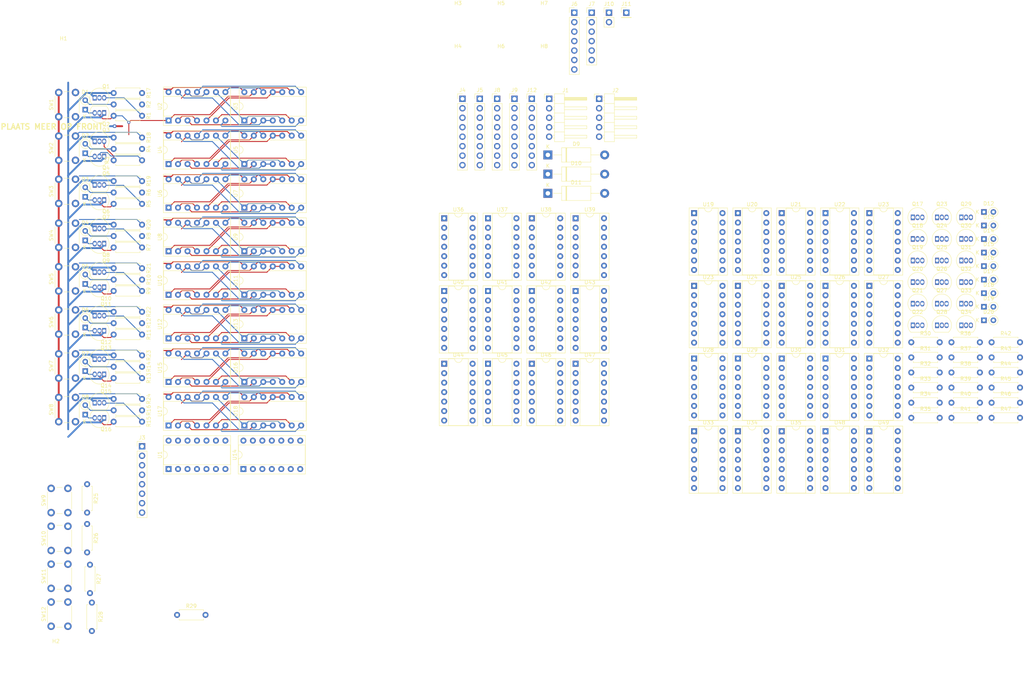
<source format=kicad_pcb>
(kicad_pcb (version 20221018) (generator pcbnew)
  (title_block (title "ALU") (date "2023-10-12") (rev "v1"))
  (layers (0 "F.Cu" signal) (31 "B.Cu" signal) (34 "B.Paste" user) (35 "F.Paste" user) (36 "B.SilkS" user "B.Silkscreen") (37 "F.SilkS" user "F.Silkscreen") (38 "B.Mask" user) (39 "F.Mask" user) (44 "Edge.Cuts" user))
  (net 0 "")
  (net 1 "/R")
  (net 2 "/i0")
  (net 3 "/i1")
  (net 4 "/i2")
  (net 5 "/i3")
  (net 6 "/E")
  (net 7 "/Op1")
  (net 8 "/Op2")
  (net 9 "Net-(D4-K)")
  (net 10 "Net-(D4-A)")
  (net 11 "Net-(D5-K)")
  (net 12 "GND")
  (net 13 "+5V")
  (net 14 "Net-(D5-A)")
  (net 15 "Net-(D6-K)")
  (net 16 "/Reset")
  (net 17 "Net-(D6-A)")
  (net 18 "Net-(D7-K)")
  (net 19 "Net-(D7-A)")
  (net 20 "Net-(D8-K)")
  (net 21 "Net-(D8-A)")
  (net 22 "Net-(D1-K)")
  (net 23 "Net-(D1-A)")
  (net 24 "Net-(D2-K)")
  (net 25 "Net-(D2-A)")
  (net 26 "Net-(U2-Pad3)")
  (net 27 "Net-(D3-K)")
  (net 28 "Net-(D3-A)")
  (net 29 "Net-(U2-Pad6)")
  (net 30 "Net-(U2-Pad8)")
  (net 31 "Net-(D12-K)")
  (net 32 "Net-(D12-A)")
  (net 33 "Net-(U2-Pad11)")
  (net 34 "Net-(D13-K)")
  (net 35 "Net-(D13-A)")
  (net 36 "Net-(D14-K)")
  (net 37 "Net-(D14-A)")
  (net 38 "Net-(D15-K)")
  (net 39 "Net-(D15-A)")
  (net 40 "Net-(D16-K)")
  (net 41 "Net-(D16-A)")
  (net 42 "Net-(D17-K)")
  (net 43 "Net-(D17-A)")
  (net 44 "Net-(D18-K)")
  (net 45 "Net-(D18-A)")
  (net 46 "Net-(D19-K)")
  (net 47 "Net-(D19-A)")
  (net 48 "Net-(U8-Pad6)")
  (net 49 "Net-(D20-K)")
  (net 50 "Net-(D20-A)")
  (net 51 "/i4")
  (net 52 "/i5")
  (net 53 "/i6")
  (net 54 "/i7")
  (net 55 "/A0")
  (net 56 "/A1")
  (net 57 "/A2")
  (net 58 "/A3")
  (net 59 "/A4")
  (net 60 "/A5")
  (net 61 "/A6")
  (net 62 "/A7")
  (net 63 "Net-(R32-Pad2)")
  (net 64 "Net-(R34-Pad2)")
  (net 65 "/B0")
  (net 66 "/B1")
  (net 67 "/B2")
  (net 68 "/B3")
  (net 69 "/B4")
  (net 70 "/B5")
  (net 71 "/B6")
  (net 72 "/B7")
  (net 73 "/Memory/D_{ovf}")
  (net 74 "/8 bit ripple carry adder/Cout")
  (net 75 "/8 bit ripple carry adder/Cin")
  (net 76 "/8 bit ripple carry adder/comp")
  (net 77 "/S0")
  (net 78 "/S1")
  (net 79 "/S2")
  (net 80 "/S3")
  (net 81 "/S4")
  (net 82 "/S5")
  (net 83 "/S6")
  (net 84 "/S7")
  (net 85 "/D0")
  (net 86 "/D1")
  (net 87 "/D2")
  (net 88 "/D3")
  (net 89 "/D4")
  (net 90 "/D5")
  (net 91 "/D6")
  (net 92 "/D7")
  (net 93 "/Memory/Q_{ovf}")
  (net 94 "/M0")
  (net 95 "/M1")
  (net 96 "/M2")
  (net 97 "/M3")
  (net 98 "/M4")
  (net 99 "/M5")
  (net 100 "/M6")
  (net 101 "/M7")
  (net 102 "Net-(Q1-D)")
  (net 103 "Net-(Q3-D)")
  (net 104 "Net-(Q5-D)")
  (net 105 "Net-(Q7-D)")
  (net 106 "Net-(Q9-D)")
  (net 107 "Net-(Q11-D)")
  (net 108 "Net-(Q13-D)")
  (net 109 "Net-(Q15-D)")
  (net 110 "Net-(Q17-D)")
  (net 111 "Net-(Q19-D)")
  (net 112 "Net-(Q21-D)")
  (net 113 "Net-(Q23-D)")
  (net 114 "Net-(Q25-D)")
  (net 115 "Net-(Q27-D)")
  (net 116 "Net-(Q29-D)")
  (net 117 "Net-(Q31-D)")
  (net 118 "Net-(Q33-D)")
  (net 119 "Net-(R36-Pad2)")
  (net 120 "Net-(R38-Pad2)")
  (net 121 "Net-(R40-Pad2)")
  (net 122 "Net-(R42-Pad2)")
  (net 123 "Net-(R44-Pad2)")
  (net 124 "Net-(U2-Pad9)")
  (net 125 "Net-(U2-Pad13)")
  (net 126 "Net-(R30-Pad2)")
  (net 127 "Net-(R46-Pad2)")
  (net 128 "Net-(U1-Pad2)")
  (net 129 "Net-(U1-Pad4)")
  (net 130 "Net-(U1-Pad6)")
  (net 131 "Net-(U1-Pad8)")
  (net 132 "Net-(U1-Pad10)")
  (net 133 "Net-(U1-Pad12)")
  (net 134 "/Memory/~{E}")
  (net 135 "Net-(U4-Pad9)")
  (net 136 "/Memory/D Latch20/~{Q}")
  (net 137 "Net-(U4-Pad3)")
  (net 138 "Net-(U4-Pad6)")
  (net 139 "Net-(U4-Pad8)")
  (net 140 "Net-(U4-Pad11)")
  (net 141 "Net-(U4-Pad13)")
  (net 142 "/Memory/D Latch21/~{Q}")
  (net 143 "Net-(U6-Pad3)")
  (net 144 "Net-(U6-Pad6)")
  (net 145 "Net-(U6-Pad8)")
  (net 146 "Net-(U6-Pad11)")
  (net 147 "Net-(U6-Pad9)")
  (net 148 "/Memory/D Latch22/~{Q}")
  (net 149 "Net-(U6-Pad13)")
  (net 150 "Net-(U10-Pad6)")
  (net 151 "Net-(U8-Pad3)")
  (net 152 "Net-(U10-Pad8)")
  (net 153 "Net-(U8-Pad8)")
  (net 154 "/Memory/D Latch23/~{Q}")
  (net 155 "/8 Toggle Latches/Toggle Latch/~{Q}")
  (net 156 "/Memory/D Latch24/~{Q}")
  (net 157 "/Memory/D Latch25/~{Q}")
  (net 158 "/Memory/D Latch26/~{Q}")
  (net 159 "/Memory/D Latch27/~{Q}")
  (net 160 "/8 Toggle Latches/Toggle Latch1/~{Q}")
  (net 161 "/8 Toggle Latches/Toggle Latch2/~{Q}")
  (net 162 "/8 Toggle Latches/Toggle Latch3/~{Q}")
  (net 163 "/8 Toggle Latches/Toggle Latch4/~{Q}")
  (net 164 "/8 Toggle Latches/Toggle Latch5/~{Q}")
  (net 165 "/8 Toggle Latches/Toggle Latch6/~{Q}")
  (net 166 "/8 Toggle Latches/Toggle Latch7/~{Q}")
  (net 167 "/8 bit ripple carry adder/full adder14/B")
  (net 168 "/8 bit ripple carry adder/full adder13/B")
  (net 169 "/8 bit ripple carry adder/full adder15/B")
  (net 170 "/8 bit ripple carry adder/full adder12/B")
  (net 171 "/8 bit ripple carry adder/full adder19/B")
  (net 172 "/8 bit ripple carry adder/full adder17/B")
  (net 173 "/8 bit ripple carry adder/full adder18/B")
  (net 174 "/8 bit ripple carry adder/full adder16/B")
  (net 175 "/8 bit ripple carry adder/full adder14/g")
  (net 176 "/8 bit ripple carry adder/full adder13/g")
  (net 177 "/8 bit ripple carry adder/full adder12/g")
  (net 178 "/8 bit ripple carry adder/full adder15/g")
  (net 179 "/8 bit ripple carry adder/full adder14/p")
  (net 180 "/8 bit ripple carry adder/full adder13/p")
  (net 181 "/8 bit ripple carry adder/full adder13/Cin")
  (net 182 "/8 bit ripple carry adder/full adder12/p")
  (net 183 "/8 bit ripple carry adder/full adder12/Cin")
  (net 184 "/8 bit ripple carry adder/full adder15/p")
  (net 185 "/8 bit ripple carry adder/full adder13/Cout")
  (net 186 "/8 bit ripple carry adder/full adder19/g")
  (net 187 "/8 bit ripple carry adder/full adder17/g")
  (net 188 "/8 bit ripple carry adder/full adder16/g")
  (net 189 "/8 bit ripple carry adder/full adder18/g")
  (net 190 "/8 bit ripple carry adder/full adder19/p")
  (net 191 "/8 bit ripple carry adder/full adder12/Cout")
  (net 192 "/8 bit ripple carry adder/full adder17/p")
  (net 193 "/8 bit ripple carry adder/full adder17/Cin")
  (net 194 "/8 bit ripple carry adder/full adder16/p")
  (net 195 "/8 bit ripple carry adder/full adder16/Cin")
  (net 196 "/8 bit ripple carry adder/full adder18/p")
  (net 197 "/8 bit ripple carry adder/full adder17/Cout")
  (net 198 "/Memory/D Latch19/~{Q}")
  (net 199 "Net-(U15-Pad6)")
  (net 200 "Net-(U15-Pad11)")
  (net 201 "Net-(U8-Pad9)")
  (net 202 "Net-(U8-Pad11)")
  (net 203 "Net-(U8-Pad13)")
  (net 204 "Net-(U40-Pad6)")
  (net 205 "Net-(U10-Pad3)")
  (net 206 "Net-(U15-Pad3)")
  (net 207 "Net-(U15-Pad8)")
  (net 208 "Net-(U10-Pad9)")
  (net 209 "Net-(U10-Pad11)")
  (net 210 "Net-(U26-Pad3)")
  (net 211 "Net-(U40-Pad3)")
  (net 212 "Net-(U10-Pad13)")
  (net 213 "Net-(U12-Pad3)")
  (net 214 "Net-(U26-Pad6)")
  (net 215 "Net-(U12-Pad6)")
  (net 216 "Net-(U17-Pad3)")
  (net 217 "Net-(U17-Pad6)")
  (net 218 "Net-(U17-Pad8)")
  (net 219 "Net-(U17-Pad11)")
  (net 220 "Net-(U19-Pad3)")
  (net 221 "Net-(U19-Pad6)")
  (net 222 "Net-(U19-Pad8)")
  (net 223 "Net-(U19-Pad11)")
  (net 224 "Net-(U19-Pad12)")
  (net 225 "Net-(U21-Pad3)")
  (net 226 "Net-(U21-Pad6)")
  (net 227 "Net-(U23-Pad8)")
  (net 228 "Net-(U23-Pad12)")
  (net 229 "Net-(U12-Pad8)")
  (net 230 "Net-(U12-Pad9)")
  (net 231 "Net-(U39-Pad3)")
  (net 232 "Net-(U39-Pad6)")
  (net 233 "Net-(U39-Pad8)")
  (net 234 "Net-(U39-Pad11)")
  (net 235 "Net-(U40-Pad8)")
  (net 236 "Net-(U40-Pad11)")
  (net 237 "Net-(U40-Pad12)")
  (net 238 "Net-(U43-Pad2)")
  (net 239 "Net-(U43-Pad5)")
  (net 240 "Net-(U43-Pad10)")
  (net 241 "Net-(U43-Pad13)")
  (net 242 "Net-(U12-Pad11)")
  (net 243 "Net-(U12-Pad13)")
  (net 244 "Net-(U21-Pad8)")
  (net 245 "Net-(U21-Pad11)")
  (net 246 "Net-(U14-Pad2)")
  (net 247 "Net-(U14-Pad4)")
  (net 248 "Net-(U26-Pad8)")
  (net 249 "Net-(U26-Pad11)")
  (net 250 "Net-(U23-Pad6)")
  (net 251 "Net-(U28-Pad3)")
  (net 252 "Net-(U28-Pad6)")
  (net 253 "Net-(U28-Pad8)")
  (net 254 "Net-(U28-Pad11)")
  (net 255 "Net-(U30-Pad3)")
  (net 256 "Net-(U30-Pad6)")
  (net 257 "Net-(U30-Pad8)")
  (net 258 "Net-(U30-Pad11)")
  (net 259 "Net-(U32-Pad3)")
  (net 260 "Net-(U32-Pad6)")
  (net 261 "Net-(U32-Pad8)")
  (net 262 "Net-(U32-Pad11)")
  (net 263 "Net-(U34-Pad3)")
  (net 264 "Net-(U34-Pad6)")
  (net 265 "Net-(U34-Pad8)")
  (net 266 "Net-(U34-Pad11)")
  (net 267 "/s0")
  (net 268 "/s1")
  (net 269 "/s2")
  (net 270 "/s3")
  (net 271 "/s4")
  (net 272 "/s5")
  (net 273 "/s6")
  (net 274 "/s7")
  (net 275 "Net-(U14-Pad6)")
  (net 276 "Net-(U14-Pad8)")
  (net 277 "Net-(U14-Pad10)")
  (net 278 "Net-(U14-Pad12)")
  (net 279 "Net-(U15-Pad9)")
  (net 280 "Net-(U15-Pad13)")
  (net 281 "Net-(U17-Pad9)")
  (net 282 "Net-(U17-Pad13)")
  (net 283 "Net-(U21-Pad12)")
  (net 284 "Net-(U23-Pad3)")
  (net 285 "Net-(U23-Pad11)")
  (net 286 "Net-(U25-Pad2)")
  (net 287 "Net-(U25-Pad4)")
  (net 288 "Net-(U25-Pad6)")
  (net 289 "Net-(U25-Pad8)")
  (net 290 "Net-(U25-Pad10)")
  (net 291 "Net-(U26-Pad12)")
  (net 292 "Net-(U28-Pad12)")
  (net 293 "Net-(U30-Pad12)")
  (net 294 "Net-(U32-Pad12)")
  (net 295 "Net-(U34-Pad12)")
  (footprint "Connector_PinHeader_2.54mm:PinHeader_1x07_P2.54mm_Vertical" (layer "F.Cu") (at 156.06 6.13)
    (fp_text reference "J6")
    (fp_text value "Conn_01x07")
  )
  (footprint "Resistor_THT:R_Axial_DIN0207_L6.3mm_D2.5mm_P7.62mm_Horizontal" (layer "F.Cu") (at 40.132 109.728 180)
    (fp_text reference "R24")
    (fp_text value "5M")
  )
  (footprint "Package_DIP:DIP-14_W7.62mm_Socket" (layer "F.Cu") (at 211.68 79.39)
    (fp_text reference "U25")
    (fp_text value "74HC04")
  )
  (footprint "Package_DIP:DIP-14_W7.62mm_Socket" (layer "F.Cu") (at 67.564 105.155999 90)
    (fp_text reference "U16")
    (fp_text value "74HC02")
  )
  (footprint "Package_TO_SOT_THT:TO-92_Inline" (layer "F.Cu") (at 27.432 110.744002)
    (fp_text reference "Q15")
    (fp_text value "2N7000")
  )
  (footprint "Resistor_THT:R_Axial_DIN0207_L6.3mm_D2.5mm_P7.62mm_Horizontal" (layer "F.Cu") (at 25.4 132.588 -90)
    (fp_text reference "R25")
    (fp_text value "5M")
  )
  (footprint "Resistor_THT:R_Axial_DIN0207_L6.3mm_D2.5mm_P7.62mm_Horizontal" (layer "F.Cu") (at 32.512 69.087999)
    (fp_text reference "R7")
    (fp_text value "1K")
  )
  (footprint "Package_TO_SOT_THT:TO-92_Inline" (layer "F.Cu") (at 259.86 84.18)
    (fp_text reference "Q33")
    (fp_text value "2N7000")
  )
  (footprint "Resistor_THT:R_Axial_DIN0207_L6.3mm_D2.5mm_P7.62mm_Horizontal" (layer "F.Cu") (at 267.97 110.73)
    (fp_text reference "R46")
    (fp_text value "1k")
  )
  (footprint "Diode_THT:D_DO-34_SOD68_P2.54mm_Vertical_KathodeUp" (layer "F.Cu") (at 265.91 77.73726)
    (fp_text reference "D17")
    (fp_text value "LED")
  )
  (footprint "Package_DIP:DIP-14_W7.62mm_Socket" (layer "F.Cu") (at 235.18 79.39)
    (fp_text reference "U27")
    (fp_text value "74HC02")
  )
  (footprint "Package_TO_SOT_THT:TO-92_Inline" (layer "F.Cu") (at 29.972 68.072 180)
    (fp_text reference "Q8")
    (fp_text value "2N7000")
  )
  (footprint "Diode_THT:D_DO-34_SOD68_P2.54mm_Vertical_KathodeUp" (layer "F.Cu") (at 265.91 88.63122)
    (fp_text reference "D20")
    (fp_text value "LED")
  )
  (footprint "Package_DIP:DIP-14_W7.62mm_Socket" (layer "F.Cu") (at 144.66 100.28)
    (fp_text reference "U46")
    (fp_text value "74HC86")
  )
  (footprint "Package_DIP:DIP-14_W7.62mm_Socket" (layer "F.Cu") (at 121.16 80.78)
    (fp_text reference "U40")
    (fp_text value "74HC08")
  )
  (footprint "Package_TO_SOT_THT:TO-92_Inline" (layer "F.Cu") (at 253.35 84.18)
    (fp_text reference "Q27")
    (fp_text value "2N7000")
  )
  (footprint "Connector_PinHeader_2.54mm:PinHeader_1x08_P2.54mm_Vertical" (layer "F.Cu") (at 140.01 29.23)
    (fp_text reference "J9")
    (fp_text value "Conn_01x08")
  )
  (footprint "Package_DIP:DIP-14_W7.62mm_Socket" (layer "F.Cu") (at 223.43 98.89)
    (fp_text reference "U31")
    (fp_text value "74HC02")
  )
  (footprint "Diode_THT:D_DO-15_P15.24mm_Horizontal" (layer "F.Cu") (at 148.96 44.28)
    (fp_text reference "D9")
    (fp_text value "D")
  )
  (footprint "Resistor_THT:R_Axial_DIN0207_L6.3mm_D2.5mm_P7.62mm_Horizontal" (layer "F.Cu") (at 267.97 114.78)
    (fp_text reference "R47")
    (fp_text value "1K")
  )
  (footprint "Package_TO_SOT_THT:TO-92_Inline" (layer "F.Cu") (at 259.86 66.81)
    (fp_text reference "Q30")
    (fp_text value "2N7000")
  )
  (footprint "Package_DIP:DIP-14_W7.62mm_Socket" (layer "F.Cu") (at 67.564 93.471999 90)
    (fp_text reference "U13")
    (fp_text value "74HC02")
  )
  (footprint "Package_DIP:DIP-14_W7.62mm_Socket" (layer "F.Cu") (at 223.43 79.39)
    (fp_text reference "U26")
    (fp_text value "74HC08")
  )
  (footprint "Package_DIP:DIP-14_W7.62mm_Socket" (layer "F.Cu") (at 235.18 59.89)
    (fp_text reference "U23")
    (fp_text value "74HC08")
  )
  (footprint "Resistor_THT:R_Axial_DIN0207_L6.3mm_D2.5mm_P7.62mm_Horizontal" (layer "F.Cu") (at 40.132 66.04 180)
    (fp_text reference "R8")
    (fp_text value "1K")
  )
  (footprint "Resistor_THT:R_Axial_DIN0207_L6.3mm_D2.5mm_P7.62mm_Horizontal" (layer "F.Cu") (at 267.97 102.63)
    (fp_text reference "R44")
    (fp_text value "1k")
  )
  (footprint "Package_DIP:DIP-14_W7.62mm_Socket" (layer "F.Cu") (at 67.564 70.103999 90)
    (fp_text reference "U9")
    (fp_text value "74HC02")
  )
  (footprint "Diode_THT:D_DO-34_SOD68_P2.54mm_Vertical_KathodeUp" (layer "F.Cu") (at 24.892 113.937332 90)
    (fp_text reference "D8")
    (fp_text value "LED")
  )
  (footprint "Connector_PinHeader_2.54mm:PinHeader_1x08_P2.54mm_Vertical" (layer "F.Cu") (at 130.71 29.23)
    (fp_text reference "J5")
    (fp_text value "Conn_01x08")
  )
  (footprint "Resistor_THT:R_Axial_DIN0207_L6.3mm_D2.5mm_P7.62mm_Horizontal" (layer "F.Cu") (at 40.132 74.676 180)
    (fp_text reference "R21")
    (fp_text value "5M")
  )
  (footprint "Resistor_THT:R_Axial_DIN0207_L6.3mm_D2.5mm_P7.62mm_Horizontal" (layer "F.Cu") (at 32.512 33.782)
    (fp_text reference "R1")
    (fp_text value "1K")
  )
  (footprint "Package_TO_SOT_THT:TO-92_Inline" (layer "F.Cu") (at 259.86 61.02)
    (fp_text reference "Q29")
    (fp_text value "2N7000")
  )
  (footprint "Connector_PinHeader_2.54mm:PinHeader_1x05_P2.54mm_Horizontal" (layer "F.Cu") (at 162.71 29.23)
    (fp_text reference "J2")
    (fp_text value "Conn_01x05")
  )
  (footprint "Package_DIP:DIP-14_W7.62mm_Socket" (layer "F.Cu") (at 67.31 128.524 90)
    (fp_text reference "U14")
    (fp_text value "74HC04")
  )
  (footprint "Package_DIP:DIP-14_W7.62mm_Socket" (layer "F.Cu") (at 47.244 70.103999 90)
    (fp_text reference "U8")
    (fp_text value "74HC08")
  )
  (footprint "Package_DIP:DIP-14_W7.62mm_Socket" (layer "F.Cu") (at 211.68 59.89)
    (fp_text reference "U21")
    (fp_text value "74HC08")
  )
  (footprint "Resistor_THT:R_Axial_DIN0207_L6.3mm_D2.5mm_P7.62mm_Horizontal" (layer "F.Cu") (at 257.2 94.53)
    (fp_text reference "R36")
    (fp_text value "1k")
  )
  (footprint "Package_TO_SOT_THT:TO-92_Inline" (layer "F.Cu") (at 29.972 114.808001 180)
    (fp_text reference "Q16")
    (fp_text value "2N7000")
  )
  (footprint "Package_DIP:DIP-14_W7.62mm_Socket" (layer "F.Cu") (at 47.244 105.155999 90)
    (fp_text reference "U15")
    (fp_text value "74HC08")
  )
  (footprint "Package_DIP:DIP-14_W7.62mm_Socket" (layer "F.Cu") (at 132.91 80.78)
    (fp_text reference "U41")
    (fp_text value "74HC08")
  )
  (footprint "Package_TO_SOT_THT:TO-92_Inline" (layer "F.Cu") (at 259.86 72.6)
    (fp_text reference "Q31")
    (fp_text value "2N7000")
  )
  (footprint "Package_TO_SOT_THT:TO-92_Inline" (layer "F.Cu") (at 253.35 72.6)
    (fp_text reference "Q25")
    (fp_text value "2N7000")
  )
  (footprint "Package_TO_SOT_THT:TO-92_Inline" (layer "F.Cu") (at 253.35 61.02)
    (fp_text reference "Q23")
    (fp_text value "2N7000")
  )
  (footprint "Button_Switch_THT:SW_PUSH_6mm_H13mm" (layer "F.Cu") (at 17.78 69.088 90)
    (fp_text reference "SW4")
    (fp_text value "SW_Push")
  )
  (footprint "Resistor_THT:R_Axial_DIN0207_L6.3mm_D2.5mm_P7.62mm_Horizontal" (layer "F.Cu") (at 49.53 167.64)
    (fp_text reference "R29")
    (fp_text value "5M")
  )
  (footprint "Resistor_THT:R_Axial_DIN0207_L6.3mm_D2.5mm_P7.62mm_Horizontal" (layer "F.Cu") (at 40.132 62.992 180)
    (fp_text reference "R20")
    (fp_text value "5M")
  )
  (footprint "Resistor_THT:R_Axial_DIN0207_L6.3mm_D2.5mm_P7.62mm_Horizontal" (layer "F.Cu") (at 40.132 51.308 180)
    (fp_text reference "R19")
    (fp_text value "5M")
  )
  (footprint "Resistor_THT:R_Axial_DIN0207_L6.3mm_D2.5mm_P7.62mm_Horizontal" (layer "F.Cu") (at 246.43 98.58)
    (fp_text reference "R31")
    (fp_text value "1K")
  )
  (footprint "Package_TO_SOT_THT:TO-92_Inline" (layer "F.Cu") (at 29.972 33.020001 180)
    (fp_text reference "Q2")
    (fp_text value "2N7000")
  )
  (footprint "Package_DIP:DIP-14_W7.62mm_Socket" (layer "F.Cu") (at 121.16 61.28)
    (fp_text reference "U36")
    (fp_text value "74HC86")
  )
  (footprint "Button_Switch_THT:SW_PUSH_6mm_H13mm" (layer "F.Cu") (at 17.78 104.14 90)
    (fp_text reference "SW7")
    (fp_text value "SW_Push")
  )
  (footprint "Diode_THT:D_DO-34_SOD68_P2.54mm_Vertical_KathodeUp" (layer "F.Cu") (at 24.892 43.83333 90)
    (fp_text reference "D2")
    (fp_text value "LED")
  )
  (footprint "Resistor_THT:R_Axial_DIN0207_L6.3mm_D2.5mm_P7.62mm_Horizontal" (layer "F.Cu") (at 40.132 30.734 180)
    (fp_text reference "R2")
    (fp_text value "1K")
  )
  (footprint "Package_DIP:DIP-14_W7.62mm_Socket" (layer "F.Cu") (at 132.91 61.28)
    (fp_text reference "U37")
    (fp_text value "74HC86")
  )
  (footprint "Resistor_THT:R_Axial_DIN0207_L6.3mm_D2.5mm_P7.62mm_Horizontal" (layer "F.Cu") (at 257.2 114.78)
    (fp_text reference "R41")
    (fp_text value "1K")
  )
  (footprint "Diode_THT:D_DO-34_SOD68_P2.54mm_Vertical_KathodeUp" (layer "F.Cu") (at 24.892 90.569331 90)
    (fp_text reference "D6")
    (fp_text value "LED")
  )
  (footprint "Resistor_THT:R_Axial_DIN0207_L6.3mm_D2.5mm_P7.62mm_Horizontal" (layer "F.Cu") (at 40.132 86.36 180)
    (fp_text reference "R22")
    (fp_text value "5M")
  )
  (footprint "Package_TO_SOT_THT:TO-92_Inline" (layer "F.Cu") (at 259.86 89.97)
    (fp_text reference "Q34")
    (fp_text value "2N7000")
  )
  (footprint "Package_DIP:DIP-14_W7.62mm_Socket" (layer "F.Cu") (at 156.41 80.78)
    (fp_text reference "U43")
    (fp_text value "74HC32")
  )
  (footprint "Package_TO_SOT_THT:TO-92_Inline" (layer "F.Cu") (at 27.432 64.008001)
    (fp_text reference "Q7")
    (fp_text value "2N7000")
  )
  (footprint "Package_DIP:DIP-14_W7.62mm_Socket" (layer "F.Cu") (at 199.93 59.89)
    (fp_text reference "U20")
    (fp_text value "74HC02")
  )
  (footprint "Package_DIP:DIP-14_W7.62mm_Socket" (layer "F.Cu") (at 47.244 35.052001 90)
    (fp_text reference "U2")
    (fp_text value "74HC08")
  )
  (footprint "Resistor_THT:R_Axial_DIN0207_L6.3mm_D2.5mm_P7.62mm_Horizontal" (layer "F.Cu") (at 40.132 112.776001 180)
    (fp_text reference "R16")
    (fp_text value "1K")
  )
  (footprint "Diode_THT:D_DO-34_SOD68_P2.54mm_Vertical_KathodeUp" (layer "F.Cu") (at 265.91 66.8433)
    (fp_text reference "D14")
    (fp_text value "LED")
  )
  (footprint "Diode_THT:D_DO-15_P15.24mm_Horizontal" (layer "F.Cu") (at 148.96 49.43)
    (fp_text reference "D10")
    (fp_text value "D")
  )
  (footprint "Package_TO_SOT_THT:TO-92_Inline" (layer "F.Cu") (at 27.432 75.692001)
    (fp_text reference "Q9")
    (fp_text value "2N7000")
  )
  (footprint "Package_DIP:DIP-14_W7.62mm_Socket" (layer "F.Cu") (at 235.18 98.89)
    (fp_text reference "U32")
    (fp_text value "74HC08")
  )
  (footprint "Package_DIP:DIP-14_W7.62mm_Socket" (layer "F.Cu") (at 67.564 81.787999 90)
    (fp_text reference "U11")
    (fp_text value "74HC02")
  )
  (footprint "Package_DIP:DIP-14_W7.62mm_Socket" (layer "F.Cu") (at 47.244 58.419999 90)
    (fp_text reference "U6")
    (fp_text value "74HC08")
  )
  (footprint "Connector_PinHeader_2.54mm:PinHeader_1x08_P2.54mm_Vertical" (layer "F.Cu") (at 126.06 29.23)
    (fp_text reference "J4")
    (fp_text value "Conn_01x08")
  )
  (footprint "MountingHole:MountingHole_5mm" (layer "F.Cu") (at 17.018 180.698)
    (fp_text reference "H2")
    (fp_text value "MountingHole")
  )
  (footprint "Resistor_THT:R_Axial_DIN0207_L6.3mm_D2.5mm_P7.62mm_Horizontal" (layer "F.Cu") (at 40.132 101.092 180)
    (fp_text reference "R14")
    (fp_text value "1K")
  )
  (footprint "Package_DIP:DIP-14_W7.62mm_Socket" (layer "F.Cu") (at 121.16 100.28)
    (fp_text reference "U44")
    (fp_text value "74HC86")
  )
  (footprint "Package_TO_SOT_THT:TO-92_Inline" (layer "F.Cu") (at 259.86 78.39)
    (fp_text reference "Q32")
    (fp_text value "2N7000")
  )
  (footprint "Package_DIP:DIP-14_W7.62mm_Socket" (layer "F.Cu") (at 188.18 59.89)
    (fp_text reference "U19")
    (fp_text value "74HC08")
  )
  (footprint "Diode_THT:D_DO-34_SOD68_P2.54mm_Vertical_KathodeUp" (layer "F.Cu") (at 24.892 55.517331 90)
    (fp_text reference "D3")
    (fp_text value "LED")
  )
  (footprint "Diode_THT:D_DO-34_SOD68_P2.54mm_Vertical_KathodeUp" (layer "F.Cu") (at 24.892 67.201331 90)
    (fp_text reference "D4")
    (fp_text value "LED")
  )
  (footprint "Button_Switch_THT:SW_PUSH_6mm_H13mm" (layer "F.Cu") (at 17.78 45.72 90)
    (fp_text reference "SW2")
    (fp_text value "SW_Push")
  )
  (footprint "Resistor_THT:R_Axial_DIN0207_L6.3mm_D2.5mm_P7.62mm_Horizontal" (layer "F.Cu") (at 40.132 39.624 180)
    (fp_text reference "R18")
    (fp_text value "5M")
  )
  (footprint "Connector_PinHeader_2.54mm:PinHeader_1x01_P2.54mm_Vertical" (layer "F.Cu") (at 170.01 6.13)
    (fp_text reference "J11")
    (fp_text value "Conn_01x01")
  )
  (footprint "Package_TO_SOT_THT:TO-92_Inline" (layer "F.Cu") (at 29.972 79.756 180)
    (fp_text reference "Q10")
    (fp_text value "2N7000")
  )
  (footprint "Resistor_THT:R_Axial_DIN0207_L6.3mm_D2.5mm_P7.62mm_Horizontal" (layer "F.Cu") (at 246.43 114.78)
    (fp_text reference "R35")
    (fp_text value "1K")
  )
  (footprint "Diode_THT:D_DO-34_SOD68_P2.54mm_Vertical_KathodeUp" (layer "F.Cu") (at 24.892 78.885331 90)
    (fp_text reference "D5")
    (fp_text value "LED")
  )
  (footprint "Resistor_THT:R_Axial_DIN0207_L6.3mm_D2.5mm_P7.62mm_Horizontal" (layer "F.Cu") (at 40.132 89.408 180)
    (fp_text reference "R12")
    (fp_text value "1K")
  )
  (footprint "Package_DIP:DIP-14_W7.62mm_Socket" (layer "F.Cu") (at 144.66 80.78)
    (fp_text reference "U42")
    (fp_text value "74HC32")
  )
  (footprint "Package_DIP:DIP-14_W7.62mm_Socket" (layer "F.Cu") (at 188.18 98.89)
    (fp_text reference "U28")
    (fp_text value "74HC08")
  )
  (footprint "Resistor_THT:R_Axial_DIN0207_L6.3mm_D2.5mm_P7.62mm_Horizontal" (layer "F.Cu") (at 246.43 102.63)
    (fp_text reference "R32")
    (fp_text value "1k")
  )
  (footprint "MountingHole:MountingHole_5mm" (layer "F.Cu") (at 136.41 21.13)
    (fp_text reference "H6")
    (fp_text value "MountingHole")
  )
  (footprint "Resistor_THT:R_Axial_DIN0207_L6.3mm_D2.5mm_P7.62mm_Horizontal" (layer "F.Cu") (at 40.132 98.044 180)
    (fp_text reference "R23")
    (fp_text value "5M")
  )
  (footprint "Resistor_THT:R_Axial_DIN0207_L6.3mm_D2.5mm_P7.62mm_Horizontal" (layer "F.Cu") (at 257.2 110.73)
    (fp_text reference "R40")
    (fp_text value "1k")
  )
  (footprint "Package_TO_SOT_THT:TO-92_Inline" (layer "F.Cu") (at 29.972 56.388 180)
    (fp_text reference "Q6")
    (fp_text value "2N7000")
  )
  (footprint "Resistor_THT:R_Axial_DIN0207_L6.3mm_D2.5mm_P7.62mm_Horizontal" (layer "F.Cu") (at 26.67 164.338 -90)
    (fp_text reference "R28")
    (fp_text value "5M")
  )
  (footprint "Diode_THT:D_DO-34_SOD68_P2.54mm_Vertical_KathodeUp" (layer "F.Cu") (at 265.91 63.21198)
    (fp_text reference "D13")
    (fp_text value "LED")
  )
  (footprint "Connector_PinHeader_2.54mm:PinHeader_1x08_P2.54mm_Vertical" (layer "F.Cu") (at 40.132 122.428)
    (fp_text reference "J3")
    (fp_text value "Conn_01x08")
  )
  (footprint "Package_DIP:DIP-14_W7.62mm_Socket" (layer "F.Cu") (at 223.43 59.89)
    (fp_text reference "U22")
    (fp_text value "74HC02")
  )
  (footprint "MountingHole:MountingHole_5mm" (layer "F.Cu") (at 124.86 9.58)
    (fp_text reference "H3")
    (fp_text value "MountingHole")
  )
  (footprint "Diode_THT:D_DO-34_SOD68_P2.54mm_Vertical_KathodeUp" (layer "F.Cu") (at 265.91 81.36858)
    (fp_text reference "D18")
    (fp_text value "LED")
  )
  (footprint "Resistor_THT:R_Axial_DIN0207_L6.3mm_D2.5mm_P7.62mm_Horizontal" (layer "F.Cu") (at 267.97 98.58)
    (fp_text reference "R43")
    (fp_text value "1K")
  )
  (footprint "Package_DIP:DIP-14_W7.62mm_Socket" (layer "F.Cu") (at 188.18 79.39)
    (fp_text reference "U23")
    (fp_text value "74HC08")
  )
  (footprint "Resistor_THT:R_Axial_DIN0207_L6.3mm_D2.5mm_P7.62mm_Horizontal" (layer "F.Cu") (at 257.2 98.58)
    (fp_text reference "R37")
    (fp_text value "1K")
  )
  (footprint "Package_DIP:DIP-14_W7.62mm_Socket" (layer "F.Cu") (at 223.43 118.39)
    (fp_text reference "U48")
    (fp_text value "74HC02")
  )
  (footprint "Resistor_THT:R_Axial_DIN0207_L6.3mm_D2.5mm_P7.62mm_Horizontal" (layer "F.Cu") (at 32.512 92.455999)
    (fp_text reference "R11")
    (fp_text value "1K")
  )
  (footprint "Resistor_THT:R_Axial_DIN0207_L6.3mm_D2.5mm_P7.62mm_Horizontal" (layer "F.Cu") (at 32.512 115.824)
    (fp_text reference "R15")
    (fp_text value "1K")
  )
  (footprint "Resistor_THT:R_Axial_DIN0207_L6.3mm_D2.5mm_P7.62mm_Horizontal" (layer "F.Cu") (at 257.2 102.63)
    (fp_text reference "R38")
    (fp_text value "1k")
  )
  (footprint "Resistor_THT:R_Axial_DIN0207_L6.3mm_D2.5mm_P7.62mm_Horizontal" (layer "F.Cu") (at 32.512 80.771999)
    (fp_text reference "R9")
    (fp_text value "1K")
  )
  (footprint "Button_Switch_THT:SW_PUSH_6mm_H13mm" (layer "F.Cu") (at 15.748 170.688 90)
    (fp_text reference "SW12")
    (fp_text value "SW_Push")
  )
  (footprint "Package_DIP:DIP-14_W7.62mm_Socket" (layer "F.Cu") (at 235.18 118.39)
    (fp_text reference "U49")
    (fp_text value "74HC08")
  )
  (footprint "Resistor_THT:R_Axial_DIN0207_L6.3mm_D2.5mm_P7.62mm_Horizontal" (layer "F.Cu") (at 246.43 94.53)
    (fp_text reference "R30")
    (fp_text value "1k")
  )
  (footprint "Diode_THT:D_DO-34_SOD68_P2.54mm_Vertical_KathodeUp" (layer "F.Cu") (at 265.91 74.10594)
    (fp_text reference "D16")
    (fp_text value "LED")
  )
  (footprint "Package_TO_SOT_THT:TO-92_Inline" (layer "F.Cu") (at 253.35 78.39)
    (fp_text reference "Q26")
    (fp_text value "2N7000")
  )
  (footprint "Package_TO_SOT_THT:TO-92_Inline" (layer "F.Cu") (at 27.432 99.060001)
    (fp_text reference "Q13")
    (fp_text value "2N7000")
  )
  (footprint "MountingHole:MountingHole_5mm" (layer "F.Cu") (at 124.86 21.13)
    (fp_text reference "H4")
    (fp_text value "MountingHole")
  )
  (footprint "Diode_THT:D_DO-34_SOD68_P2.54mm_Vertical_KathodeUp" (layer "F.Cu") (at 265.91 70.47462)
    (fp_text reference "D15")
    (fp_text value "LED")
  )
  (footprint "Package_TO_SOT_THT:TO-92_Inline" (layer "F.Cu") (at 253.35 66.81)
    (fp_text reference "Q24")
    (fp_text value "2N7000")
  )
  (footprint "Package_DIP:DIP-14_W7.62mm_Socket" (layer "F.Cu") (at 144.66 61.28)
    (fp_text reference "U38")
    (fp_text value "74HC08")
  )
  (footprint "Resistor_THT:R_Axial_DIN0207_L6.3mm_D2.5mm_P7.62mm_Horizontal" (layer "F.Cu") (at 246.43 106.68)
    (fp_text reference "R33")
    (fp_text value "1K")
  )
  (footprint "Resistor_THT:R_Axial_DIN0207_L6.3mm_D2.5mm_P7.62mm_Horizontal" (layer "F.Cu") (at 32.512 104.139999)
    (fp_text reference "R13")
    (fp_text value "1K")
  )
  (footprint "Package_DIP:DIP-14_W7.62mm_Socket" (layer "F.Cu") (at 199.93 118.39)
    (fp_text reference "U34")
    (fp_text value "74HC08")
  )
  (footprint "Resistor_THT:R_Axial_DIN0207_L6.3mm_D2.5mm_P7.62mm_Horizontal" (layer "F.Cu") (at 40.132 54.356 180)
    (fp_text reference "R6")
    (fp_text value "1K")
  )
  (footprint "Package_TO_SOT_THT:TO-92_Inline" (layer "F.Cu") (at 27.432 28.956001)
    (fp_text reference "Q1")
    (fp_text value "2N7000")
  )
  (footprint "MountingHole:MountingHole_5mm" (layer "F.Cu") (at 147.96 9.58)
    (fp_text reference "H7")
    (fp_text value "MountingHole")
  )
  (footprint "Button_Switch_THT:SW_PUSH_6mm_H13mm" (layer "F.Cu") (at 17.78 34.036 90)
    (fp_text reference "SW1")
    (fp_text value "SW_Push")
  )
  (footprint "Package_DIP:DIP-14_W7.62mm_Socket" (layer "F.Cu") (at 199.93 98.89)
    (fp_text reference "U29")
    (fp_text value "74HC02")
  )
  (footprint "Resistor_THT:R_Axial_DIN0207_L6.3mm_D2.5mm_P7.62mm_Horizontal" (layer "F.Cu") (at 26.162 154.178 -90)
    (fp_text reference "R27")
    (fp_text value "5M")
  )
  (footprint "Resistor_THT:R_Axial_DIN0207_L6.3mm_D2.5mm_P7.62mm_Horizontal" (layer "F.Cu") (at 246.43 110.73)
    (fp_text reference "R34")
    (fp_text value "1k")
  )
  (footprint "Button_Switch_THT:SW_PUSH_6mm_H13mm" (layer "F.Cu") (at 15.748 160.528 90)
    (fp_text reference "SW11")
    (fp_text value "SW_Push")
  )
  (footprint "Button_Switch_THT:SW_PUSH_6mm_H13mm" (layer "F.Cu") (at 17.78 92.352 90)
    (fp_text reference "SW6")
    (fp_text value "SW_Push")
  )
  (footprint "Package_DIP:DIP-14_W7.62mm_Socket" (layer "F.Cu") (at 211.68 98.89)
    (fp_text reference "U30")
    (fp_text value "74HC08")
  )
  (footprint "Resistor_THT:R_Axial_DIN0207_L6.3mm_D2.5mm_P7.62mm_Horizontal" (layer "F.Cu") (at 257.2 106.68)
    (fp_text reference "R39")
    (fp_text value "1K")
  )
  (footprint "Connector_PinHeader_2.54mm:PinHeader_1x08_P2.54mm_Vertical" (layer "F.Cu") (at 144.66 29.23)
    (fp_text reference "J12")
    (fp_text value "Conn_01x08")
  )
  (footprint "Package_DIP:DIP-14_W7.62mm_Socket" (layer "F.Cu") (at 199.93 79.39)
    (fp_text reference "U24")
    (fp_text value "74HC02")
  )
  (footprint "Package_TO_SOT_THT:TO-92_Inline" (layer "F.Cu") (at 253.35 89.97)
    (fp_text reference "Q28")
    (fp_text value "2N7000")
  )
  (footprint "Connector_PinHeader_2.54mm:PinHeader_1x02_P2.54mm_Vertical" (layer "F.Cu") (at 165.36 6.13)
    (fp_text reference "J10")
    (fp_text value "Conn_01x02")
  )
  (footprint "Button_Switch_THT:SW_PUSH_6mm_H13mm" (layer "F.Cu") (at 15.748 140.208 90)
    (fp_text reference "SW9")
    (fp_text value "SW_Push")
  )
  (footprint "Package_DIP:DIP-14_W7.62mm_Socket" (layer "F.Cu") (at 67.564 58.419999 90)
    (fp_text reference "U7")
    (fp_text value "74HC02")
  )
  (footprint "Package_DIP:DIP-14_W7.62mm_Socket" (layer "F.Cu") (at 156.41 100.28)
    (fp_text reference "U47")
    (fp_text value "74HC86")
  )
  (footprint "Connector_PinHeader_2.54mm:PinHeader_1x08_P2.54mm_Vertical" (layer "F.Cu") (at 135.36 29.23)
    (fp_text reference "J8")
    (fp_text value "Conn_01x08")
  )
  (footprint "Package_TO_SOT_THT:TO-92_Inline" (layer "F.Cu") (at 246.84 89.97)
    (fp_text reference "Q22")
    (fp_text value "2N7000")
  )
  (footprint "Connector_PinHeader_2.54mm:PinHeader_1x05_P2.54mm_Horizontal" (layer "F.Cu") (at 149.31 29.23)
    (fp_text reference "J1")
    (fp_text value "Conn_01x05")
  )
  (footprint "Package_DIP:DIP-14_W7.62mm_Socket" (layer "F.Cu") (at 47.244 128.524 90)
    (fp_text reference "U1")
    (fp_text value "74HC04")
  )
  (footprint "Package_TO_SOT_THT:TO-92_Inline" (layer "F.Cu") (at 29.972 44.704 180)
    (fp_text reference "Q4")
    (fp_text value "2N7000")
  )
  (footprint "Package_DIP:DIP-14_W7.62mm_Socket" (layer "F.Cu") (at 67.564 46.736 90)
    (fp_text reference "U5")
    (fp_text value "74HC02")
  )
  (footprint "Diode_THT:D_DO-34_SOD68_P2.54mm_Vertical_KathodeUp" (layer "F.Cu") (at 24.892 102.253331 90)
    (fp_text reference "D7")
    (fp_text value "LED")
  )
  (footprint "Package_DIP:DIP-14_W7.62mm_Socket" (layer "F.Cu") (at 47.244 93.471999 90)
    (fp_text reference "U12")
    (fp_text value "74HC08")
  )
  (footprint "Package_DIP:DIP-14_W7.62mm_Socket" (layer "F.Cu") (at 67.564 35.052001 90)
    (fp_text reference "U3")
    (fp_text value "74HC02")
  )
  (footprint "Resistor_THT:R_Axial_DIN0207_L6.3mm_D2.5mm_P7.62mm_Horizontal" (layer "F.Cu") (at 40.132 77.724 180)
    (fp_text reference "R10")
    (fp_text value "1K")
  )
  (footprint "Package_TO_SOT_THT:TO-92_Inline" (layer "F.Cu") (at 246.84 84.18)
    (fp_text reference "Q21")
    (fp_text value "2N7000")
  )
  (footprint "Diode_THT:D_DO-34_SOD68_P2.54mm_Vertical_KathodeUp" (layer "F.Cu") (at 265.91 84.9999)
    (fp_text reference "D19")
    (fp_text value "LED")
  )
  (footprint "Resistor_THT:R_Axial_DIN0207_L6.3mm_D2.5mm_P7.62mm_Horizontal" (layer "F.Cu") (at 40.132 45.72 180)
    (fp_text reference "R3")
    (fp_text value "1K")
  )
  (footprint "Resistor_THT:R_Axial_DIN0207_L6.3mm_D2.5mm_P7.62mm_Horizontal" (layer "F.Cu") (at 267.97 94.53)
    (fp_text reference "R42")
    (fp_text value "1k")
  )
  (footprint "Connector_PinHeader_2.54mm:PinHeader_1x06_P2.54mm_Vertical" (layer "F.Cu") (at 160.71 6.13)
    (fp_text reference "J7")
    (fp_text value "Conn_01x06")
  )
  (footprint "MountingHole:MountingHole_5mm" (layer "F.Cu") (at 147.96 21.13)
    (fp_text reference "H8")
    (fp_text value "MountingHole")
  )
  (footprint "Package_DIP:DIP-14_W7.62mm_Socket" (layer "F.Cu") (at 47.244 46.736 90)
    (fp_text reference "U4")
    (fp_text value "74HC08")
  )
  (footprint "Package_DIP:DIP-14_W7.62mm_Socket" (layer "F.Cu") (at 211.68 118.39)
    (fp_text reference "U35")
    (fp_text value "74HC02")
  )
  (footprint "Resistor_THT:R_Axial_DIN0207_L6.3mm_D2.5mm_P7.62mm_Horizontal" (layer "F.Cu") (at 40.132 27.686 180)
    (fp_text reference "R17")
    (fp_text value "5M")
  )
  (footprint "Package_TO_SOT_THT:TO-92_Inline" (layer "F.Cu") (at 29.972 103.124 180)
    (fp_text reference "Q14")
    (fp_text value "2N7000")
  )
  (footprint "Package_DIP:DIP-14_W7.62mm_Socket" (layer "F.Cu") (at 132.91 100.28)
    (fp_text reference "U45")
    (fp_text value "74HC86")
  )
  (footprint "Button_Switch_THT:SW_PUSH_6mm_H13mm" (layer "F.Cu") (at 17.78 115.824 90)
    (fp_text reference "SW8")
    (fp_text value "SW_Push")
  )
  (footprint "Button_Switch_THT:SW_PUSH_6mm_H13mm" (layer "F.Cu") (at 15.748 150.368 90)
    (fp_text reference "SW10")
    (fp_text value "SW_Push")
  )
  (footprint "Resistor_THT:R_Axial_DIN0207_L6.3mm_D2.5mm_P7.62mm_Horizontal" (layer "F.Cu") (at 25.4 143.256 -90)
    (fp_text reference "R26")
    (fp_text value "5M")
  )
  (footprint "Package_DIP:DIP-14_W7.62mm_Socket" (layer "F.Cu") (at 47.244 81.787999 90)
    (fp_text reference "U10")
    (fp_text value "74HC08")
  )
  (footprint "MountingHole:MountingHole_5mm" (layer "F.Cu") (at 136.41 9.58)
    (fp_text reference "H5")
    (fp_text value "MountingHole")
  )
  (footprint "Package_TO_SOT_THT:TO-92_Inline" (layer "F.Cu") (at 29.972 91.44 180)
    (fp_text reference "Q12")
    (fp_text value "2N7000")
  )
  (footprint "Package_TO_SOT_THT:TO-92_Inline" (layer "F.Cu") (at 27.432 87.376001)
    (fp_text reference "Q11")
    (fp_text value "2N7000")
  )
  (footprint "Package_DIP:DIP-14_W7.62mm_Socket" (layer "F.Cu") (at 188.18 118.39)
    (fp_text reference "U33")
    (fp_text value "74HC02")
  )
  (footprint "Package_DIP:DIP-14_W7.62mm_Socket" (layer "F.Cu") (at 47.244 116.84 90)
    (fp_text reference "U17")
    (fp_text value "74HC08")
  )
  (footprint "Package_TO_SOT_THT:TO-92_Inline" (layer "F.Cu") (at 246.84 78.39)
    (fp_text reference "Q20")
    (fp_text value "2N7000")
  )
  (footprint "Package_TO_SOT_THT:TO-92_Inline" (layer "F.Cu") (at 246.84 61.02)
    (fp_text reference "Q17")
    (fp_text value "2N7000")
  )
  (footprint "Package_DIP:DIP-14_W7.62mm_Socket" (layer "F.Cu") (at 156.41 61.28)
    (fp_text reference "U39")
    (fp_text value "74HC08")
  )
  (footprint "MountingHole:MountingHole_5mm" (layer "F.Cu") (at 19.05 19.05)
    (fp_text reference "H1")
    (fp_text value "MountingHole")
  )
  (footprint "Resistor_THT:R_Axial_DIN0207_L6.3mm_D2.5mm_P7.62mm_Horizontal" (layer "F.Cu") (at 32.512 57.403999)
    (fp_text reference "R5")
    (fp_text value "1K")
  )
  (footprint "Diode_THT:D_DO-15_P15.24mm_Horizontal" (layer "F.Cu") (at 148.96 54.58)
    (fp_text reference "D11")
    (fp_text value "D")
  )
  (footprint "Resistor_THT:R_Axial_DIN0207_L6.3mm_D2.5mm_P7.62mm_Horizontal" (layer "F.Cu") (at 40.132 42.672 180)
    (fp_text reference "R4")
    (fp_text value "1K")
  )
  (footprint "Diode_THT:D_DO-34_SOD68_P2.54mm_Vertical_KathodeUp" (layer "F.Cu") (at 24.892 32.149331 90)
    (fp_text reference "D1")
    (fp_text value "LED")
  )
  (footprint "Package_TO_SOT_THT:TO-92_Inline" (layer "F.Cu") (at 246.84 66.81)
    (fp_text reference "Q18")
    (fp_text value "2N7000")
  )
  (footprint "Package_TO_SOT_THT:TO-92_Inline" (layer "F.Cu") (at 246.84 72.6)
    (fp_text reference "Q19")
    (fp_text value "2N7000")
  )
  (footprint "Button_Switch_THT:SW_PUSH_6mm_H13mm" (layer "F.Cu") (at 17.78 57.3 90)
    (fp_text reference "SW3")
    (fp_text value "SW_Push")
  )
  (footprint "Button_Switch_THT:SW_PUSH_6mm_H13mm" (layer "F.Cu") (at 17.78 80.772 90)
    (fp_text reference "SW5")
    (fp_text value "SW_Push")
  )
  (footprint "Resistor_THT:R_Axial_DIN0207_L6.3mm_D2.5mm_P7.62mm_Horizontal" (layer "F.Cu") (at 267.97 106.68)
    (fp_text reference "R45")
    (fp_text value "1K")
  )
  (footprint "Package_TO_SOT_THT:TO-92_Inline" (layer "F.Cu") (at 27.432 52.324001)
    (fp_text reference "Q5")
    (fp_text value "2N7000")
  )
  (footprint "Diode_THT:D_DO-34_SOD68_P2.54mm_Vertical_KathodeUp" (layer "F.Cu") (at 265.91 59.58066)
    (fp_text reference "D12")
    (fp_text value "LED")
  )
  (footprint "Package_DIP:DIP-14_W7.62mm_Socket" (layer "F.Cu") (at 67.564 116.84 90)
    (fp_text reference "U18")
    (fp_text value "74HC02")
  )
  (footprint "Package_TO_SOT_THT:TO-92_Inline" (layer "F.Cu") (at 27.432 40.64)
    (fp_text reference "Q3")
    (fp_text value "2N7000")
  )
  (gr_text "PLAATS MEER OP FRONT" (at 2.032 37.592) (layer "F.SilkS") (effects (font (size 1.5 1.5) (thickness 0.3) bold) (justify left bottom)))
  (segment (start 32.766 36.576) (end 34.798 36.576) (width 0.5) (layer "F.Cu") (net 0))
  (via (at 32.766 36.576) (size 1) (drill 0.5) (layers "F.Cu" "B.Cu") (net 0))
  (segment (start 31.496 36.576) (end 32.766 36.576) (width 0.5) (layer "B.Cu") (net 0))
  (segment (start 70.045 27.432001) (end 71.17 26.307001) (width 0.25) (layer "F.Cu") (net 2))
  (segment (start 28.702 33.675001) (end 28.702 33.020001) (width 0.25) (layer "F.Cu") (net 2))
  (segment (start 63.239991 28.557001) (end 68.979 28.557001) (width 0.25) (layer "F.Cu") (net 2))
  (segment (start 79.08 26.307001) (end 80.205 27.432001) (width 0.25) (layer "F.Cu") (net 2))
  (segment (start 32.512 33.782) (end 31.712001 34.581999) (width 0.25) (layer "F.Cu") (net 2))
  (segment (start 47.185 34.993001) (end 47.244 35.052001) (width 0.25) (layer "F.Cu") (net 2))
  (segment (start 71.17 26.307001) (end 79.08 26.307001) (width 0.25) (layer "F.Cu") (net 2))
  (segment (start 47.244 35.052001) (end 37.083999 35.052001) (width 0.25) (layer "F.Cu") (net 2))
  (segment (start 31.712001 34.581999) (end 29.608998 34.581999) (width 0.25) (layer "F.Cu") (net 2))
  (segment (start 68.979 28.557001) (end 70.104 27.432001) (width 0.25) (layer "F.Cu") (net 2))
  (segment (start 48.819 33.477001) (end 58.319991 33.477001) (width 0.25) (layer "F.Cu") (net 2))
  (segment (start 37.083999 35.052001) (end 36.576 35.56) (width 0.25) (layer "F.Cu") (net 2))
  (segment (start 58.319991 33.477001) (end 63.239991 28.557001) (width 0.25) (layer "F.Cu") (net 2))
  (segment (start 29.608998 34.581999) (end 28.702 33.675001) (width 0.25) (layer "F.Cu") (net 2))
  (segment (start 47.244 35.052001) (end 48.819 33.477001) (width 0.25) (layer "F.Cu") (net 2))
  (segment (start 36.576 35.56) (end 36.576 38.862) (width 0.25) (layer "F.Cu") (net 2))
  (via (at 36.576 35.56) (size 0.8) (drill 0.4) (layers "F.Cu" "B.Cu") (net 2))
  (segment (start 34.798 33.782) (end 32.512 33.782) (width 0.25) (layer "B.Cu") (net 2))
  (segment (start 36.576 35.56) (end 34.798 33.782) (width 0.25) (layer "B.Cu") (net 2))
  (segment (start 48.819 45.161) (end 58.319991 45.161) (width 0.25) (layer "F.Cu") (net 3))
  (segment (start 47.185 46.677) (end 47.244 46.736) (width 0.25) (layer "F.Cu") (net 3))
  (segment (start 70.045 39.116) (end 71.17 37.991) (width 0.25) (layer "F.Cu") (net 3))
  (segment (start 47.244 46.736) (end 48.819 45.161) (width 0.25) (layer "F.Cu") (net 3))
  (segment (start 58.319991 45.161) (end 63.239991 40.241) (width 0.25) (layer "F.Cu") (net 3))
  (segment (start 68.979 40.241) (end 70.104 39.116) (width 0.25) (layer "F.Cu") (net 3))
  (segment (start 71.17 37.991) (end 79.08 37.991) (width 0.25) (layer "F.Cu") (net 3))
  (segment (start 79.08 37.991) (end 80.205 39.116) (width 0.25) (layer "F.Cu") (net 3))
  (segment (start 63.239991 40.241) (end 68.979 40.241) (width 0.25) (layer "F.Cu") (net 3))
  (segment (start 28.702 44.049) (end 28.702 44.704) (width 0.25) (layer "B.Cu") (net 3))
  (segment (start 29.122 43.629) (end 28.702 44.049) (width 0.25) (layer "B.Cu") (net 3))
  (segment (start 30.822 43.629) (end 29.122 43.629) (width 0.25) (layer "B.Cu") (net 3))
  (segment (start 31.788 44.595) (end 30.822 43.629) (width 0.25) (layer "B.Cu") (net 3))
  (segment (start 40.132 45.72) (end 39.007 44.595) (width 0.25) (layer "B.Cu") (net 3))
  (segment (start 39.007 44.595) (end 31.788 44.595) (width 0.25) (layer "B.Cu") (net 3))
  (segment (start 79.08 49.675) (end 80.205 50.8) (width 0.25) (layer "F.Cu") (net 4))
  (segment (start 48.819 56.845) (end 58.319991 56.845) (width 0.25) (layer "F.Cu") (net 4))
  (segment (start 32.512 57.404) (end 31.712001 58.203999) (width 0.25) (layer "F.Cu") (net 4))
  (segment (start 29.862999 58.203999) (end 28.702 57.043) (width 0.25) (layer "F.Cu") (net 4))
  (segment (start 31.712001 58.203999) (end 29.862999 58.203999) (width 0.25) (layer "F.Cu") (net 4))
  (segment (start 63.239991 51.925) (end 68.979 51.925) (width 0.25) (layer "F.Cu") (net 4))
  (segment (start 58.319991 56.845) (end 63.239991 51.925) (width 0.25) (layer "F.Cu") (net 4))
  (segment (start 68.979 51.925) (end 70.104 50.8) (width 0.25) (layer "F.Cu") (net 4))
  (segment (start 28.702 57.043) (end 28.702 56.388) (width 0.25) (layer "F.Cu") (net 4))
  (segment (start 71.17 49.675) (end 79.08 49.675) (width 0.25) (layer "F.Cu") (net 4))
  (segment (start 47.244 58.42) (end 48.819 56.845) (width 0.25) (layer "F.Cu") (net 4))
  (segment (start 70.045 50.8) (end 71.17 49.675) (width 0.25) (layer "F.Cu") (net 4))
  (segment (start 47.185 58.361) (end 47.244 58.42) (width 0.25) (layer "F.Cu") (net 4))
  (segment (start 68.979 63.609) (end 70.104 62.484) (width 0.25) (layer "F.Cu") (net 5))
  (segment (start 48.819 68.529) (end 58.319991 68.529) (width 0.25) (layer "F.Cu") (net 5))
  (segment (start 70.045 62.484) (end 71.17 61.359) (width 0.25) (layer "F.Cu") (net 5))
  (segment (start 32.512 69.088) (end 31.712001 69.887999) (width 0.25) (layer "F.Cu") (net 5))
  (segment (start 79.08 61.359) (end 80.205 62.484) (width 0.25) (layer "F.Cu") (net 5))
  (segment (start 29.862999 69.887999) (end 28.702 68.727) (width 0.25) (layer "F.Cu") (net 5))
  (segment (start 47.244 70.104) (end 48.819 68.529) (width 0.25) (layer "F.Cu") (net 5))
  (segment (start 63.239991 63.609) (end 68.979 63.609) (width 0.25) (layer "F.Cu") (net 5))
  (segment (start 58.319991 68.529) (end 63.239991 63.609) (width 0.25) (layer "F.Cu") (net 5))
  (segment (start 31.712001 69.887999) (end 29.862999 69.887999) (width 0.25) (layer "F.Cu") (net 5))
  (segment (start 71.17 61.359) (end 79.08 61.359) (width 0.25) (layer "F.Cu") (net 5))
  (segment (start 28.702 68.727) (end 28.702 68.072) (width 0.25) (layer "F.Cu") (net 5))
  (segment (start 47.185 70.045) (end 47.244 70.104) (width 0.25) (layer "F.Cu") (net 5))
  (segment (start 27.432 68.072) (end 25.76267 68.072) (width 0.25) (layer "B.Cu") (net 9))
  (segment (start 25.76267 68.072) (end 24.892 67.20133) (width 0.25) (layer "B.Cu") (net 9))
  (segment (start 24.892 64.66133) (end 26.27067 66.04) (width 0.25) (layer "B.Cu") (net 10))
  (segment (start 26.27067 66.04) (end 32.512 66.04) (width 0.25) (layer "B.Cu") (net 10))
  (segment (start 27.432 79.756) (end 25.76267 79.756) (width 0.25) (layer "B.Cu") (net 11))
  (segment (start 25.76267 79.756) (end 24.892 78.88533) (width 0.25) (layer "B.Cu") (net 11))
  (segment (start 25.908 39.44) (end 24.11061 39.44) (width 0.5) (layer "B.Cu") (net 12))
  (segment (start 29.972 115.141859) (end 29.105858 116.008001) (width 0.5) (layer "B.Cu") (net 12))
  (segment (start 28.298142 74.492) (end 25.908 74.492) (width 0.5) (layer "B.Cu") (net 12))
  (segment (start 62.484 46.736) (end 61.234 47.986) (width 0.25) (layer "B.Cu") (net 12))
  (segment (start 20.37061 43.18) (end 20.32 43.18) (width 0.5) (layer "B.Cu") (net 12))
  (segment (start 26.232 109.544001) (end 25.908 109.544001) (width 0.5) (layer "B.Cu") (net 12))
  (segment (start 28.298142 97.86) (end 32.328 97.86) (width 0.5) (layer "B.Cu") (net 12))
  (segment (start 81.229 36.627001) (end 61.559 36.627001) (width 0.25) (layer "B.Cu") (net 12))
  (segment (start 32.328 109.544001) (end 32.512 109.728001) (width 0.5) (layer "B.Cu") (net 12))
  (segment (start 27.432 110.744001) (end 26.232 109.544001) (width 0.5) (layer "B.Cu") (net 12))
  (segment (start 29.105858 104.324) (end 24.2 104.324) (width 0.5) (layer "B.Cu") (net 12))
  (segment (start 82.804 116.840001) (end 81.229 118.415001) (width 0.25) (layer "B.Cu") (net 12))
  (segment (start 24.2 92.64) (end 20.32 96.52) (width 0.5) (layer "B.Cu") (net 12))
  (segment (start 62.484 58.42) (end 61.234 59.67) (width 0.25) (layer "B.Cu") (net 12))
  (segment (start 82.804 46.736) (end 81.229 48.311) (width 0.25) (layer "B.Cu") (net 12))
  (segment (start 20.32 39.624) (end 20.32 33.02) (width 0.5) (layer "B.Cu") (net 12))
  (segment (start 26.232 39.44) (end 25.908 39.44) (width 0.5) (layer "B.Cu") (net 12))
  (segment (start 24.11061 109.544001) (end 20.37061 113.284001) (width 0.5) (layer "B.Cu") (net 12))
  (segment (start 28.298142 62.808) (end 32.328 62.808) (width 0.5) (layer "B.Cu") (net 12))
  (segment (start 32.328 97.86) (end 32.512 98.044) (width 0.5) (layer "B.Cu") (net 12))
  (segment (start 61.559 95.047) (end 61.234 94.722) (width 0.25) (layer "B.Cu") (net 12))
  (segment (start 29.105858 92.64) (end 24.2 92.64) (width 0.5) (layer "B.Cu") (net 12))
  (segment (start 29.105858 45.904) (end 24.2 45.904) (width 0.5) (layer "B.Cu") (net 12))
  (segment (start 29.972 79.756) (end 29.972 80.089858) (width 0.5) (layer "B.Cu") (net 12))
  (segment (start 20.32 117.856) (end 20.32 49.784) (width 0.5) (layer "B.Cu") (net 12))
  (segment (start 81.229 83.363) (end 61.559 83.363) (width 0.25) (layer "B.Cu") (net 12))
  (segment (start 29.972 56.721858) (end 29.105858 57.588) (width 0.5) (layer "B.Cu") (net 12))
  (segment (start 28.298142 62.808) (end 25.908 62.808) (width 0.5) (layer "B.Cu") (net 12))
  (segment (start 61.559 106.731) (end 61.234 106.406) (width 0.25) (layer "B.Cu") (net 12))
  (segment (start 29.972 103.124) (end 29.972 103.457858) (width 0.5) (layer "B.Cu") (net 12))
  (segment (start 24.2 116.008001) (end 20.32 119.888001) (width 0.5) (layer "B.Cu") (net 12))
  (segment (start 62.484 35.052001) (end 61.234 36.302001) (width 0.25) (layer "B.Cu") (net 12))
  (segment (start 61.559 59.995) (end 61.234 59.67) (width 0.25) (layer "B.Cu") (net 12))
  (segment (start 29.972 91.773858) (end 29.105858 92.64) (width 0.5) (layer "B.Cu") (net 12))
  (segment (start 25.908 109.544001) (end 24.11061 109.544001) (width 0.5) (layer "B.Cu") (net 12))
  (segment (start 26.232 97.86) (end 25.908 97.86) (width 0.5) (layer "B.Cu") (net 12))
  (segment (start 29.972 114.808001) (end 29.972 115.141859) (width 0.5) (layer "B.Cu") (net 12))
  (segment (start 28.298142 74.492) (end 32.328 74.492) (width 0.5) (layer "B.Cu") (net 12))
  (segment (start 27.432 64.008) (end 26.232 62.808) (width 0.5) (layer "B.Cu") (net 12))
  (segment (start 61.559 48.311) (end 61.234 47.986) (width 0.25) (layer "B.Cu") (net 12))
  (segment (start 32.328 51.124) (end 32.512 51.308) (width 0.5) (layer "B.Cu") (net 12))
  (segment (start 32.512 27.686) (end 26.162 27.686) (width 0.5) (layer "B.Cu") (net 12))
  (segment (start 62.484 70.104) (end 61.234 71.354) (width 0.25) (layer "B.Cu") (net 12))
  (segment (start 82.804 35.052001) (end 81.229 36.627001) (width 0.25) (layer "B.Cu") (net 12))
  (segment (start 28.298142 39.44) (end 25.908 39.44) (width 0.5) (layer "B.Cu") (net 12))
  (segment (start 26.232 74.492) (end 25.908 74.492) (width 0.5) (layer "B.Cu") (net 12))
  (segment (start 24.2 104.324) (end 20.32 108.204) (width 0.5) (layer "B.Cu") (net 12))
  (segment (start 20.32 32.484274) (end 20.32 33.02) (width 0.5) (layer "B.Cu") (net 12))
  (segment (start 24.2 80.956) (end 20.32 84.836) (width 0.5) (layer "B.Cu") (net 12))
  (segment (start 26.232 51.124) (end 25.908 51.124) (width 0.5) (layer "B.Cu") (net 12))
  (segment (start 61.559 118.415001) (end 61.234 118.090001) (width 0.25) (layer "B.Cu") (net 12))
  (segment (start 32.328 39.44) (end 32.512 39.624) (width 0.5) (layer "B.Cu") (net 12))
  (segment (start 81.229 71.679) (end 61.559 71.679) (width 0.25) (layer "B.Cu") (net 12))
  (segment (start 20.32 49.784) (end 20.32 43.18) (width 0.5) (layer "B.Cu") (net 12))
  (segment (start 28.298142 86.176) (end 32.328 86.176) (width 0.5) (layer "B.Cu") (net 12))
  (segment (start 28.298142 86.176) (end 25.908 86.176) (width 0.5) (layer "B.Cu") (net 12))
  (segment (start 29.105858 34.220001) (end 24.2 34.220001) (width 0.5) (layer "B.Cu") (net 12))
  (segment (start 26.232 62.808) (end 25.908 62.808) (width 0.5) (layer "B.Cu") (net 12))
  (segment (start 24.2 34.220001) (end 20.32 38.100001) (width 0.5) (layer "B.Cu") (net 12))
  (segment (start 20.32 43.18) (end 20.32 39.624) (width 0.5) (layer "B.Cu") (net 12))
  (segment (start 28.298142 51.124) (end 25.908 51.124) (width 0.5) (layer "B.Cu") (net 12))
  (segment (start 29.972 45.037858) (end 29.105858 45.904) (width 0.5) (layer "B.Cu") (net 12))
  (segment (start 62.484 105.156) (end 61.234 106.406) (width 0.25) (layer "B.Cu") (net 12))
  (segment (start 62.484 93.472) (end 61.234 94.722) (width 0.25) (layer "B.Cu") (net 12))
  (segment (start 26.783136 28.307137) (end 26.162 27.686) (width 0.5) (layer "B.Cu") (net 12))
  (segment (start 62.484 116.840001) (end 61.234 118.090001) (width 0.25) (layer "B.Cu") (net 12))
  (segment (start 29.972 56.388) (end 29.972 56.721858) (width 0.5) (layer "B.Cu") (net 12))
  (segment (start 61.559 36.627001) (end 61.234 36.302001) (width 0.25) (layer "B.Cu") (net 12))
  (segment (start 29.972 91.44) (end 29.972 91.773858) (width 0.5) (layer "B.Cu") (net 12))
  (segment (start 27.432 40.64) (end 26.232 39.44) (width 0.5) (layer "B.Cu") (net 12))
  (segment (start 81.229 48.311) (end 61.559 48.311) (width 0.25) (layer "B.Cu") (net 12))
  (segment (start 29.105858 69.272) (end 24.2 69.272) (width 0.5) (layer "B.Cu") (net 12))
  (segment (start 24.11061 74.492) (end 20.37061 78.232) (width 0.5) (layer "B.Cu") (net 12))
  (segment (start 25.908 62.808) (end 24.11061 62.808) (width 0.5) (layer "B.Cu") (net 12))
  (segment (start 27.432 28.956001) (end 26.783136 28.307137) (width 0.5) (layer "B.Cu") (net 12))
  (segment (start 32.328 62.808) (end 32.512 62.992) (width 0.5) (layer "B.Cu") (net 12))
  (segment (start 29.972 33.020001) (end 29.972 33.353859) (width 0.5) (layer "B.Cu") (net 12))
  (segment (start 28.298142 109.544001) (end 32.328 109.544001) (width 0.5) (layer "B.Cu") (net 12))
  (segment (start 26.232 86.176) (end 25.908 86.176) (width 0.5) (layer "B.Cu") (net 12))
  (segment (start 29.972 44.704) (end 29.972 45.037858) (width 0.5) (layer "B.Cu") (net 12))
  (segment (start 27.432 75.692) (end 26.232 74.492) (width 0.5) (layer "B.Cu") (net 12))
  (segment (start 81.229 95.047) (end 61.559 95.047) (width 0.25) (layer "B.Cu") (net 12))
  (segment (start 82.804 70.104) (end 81.229 71.679) (width 0.25) (layer "B.Cu") (net 12))
  (segment (start 25.908 97.86) (end 24.11061 97.86) (width 0.5) (layer "B.Cu") (net 12))
  (segment (start 29.972 80.089858) (end 29.105858 80.956) (width 0.5) (layer "B.Cu") (net 12))
  (segment (start 28.298142 51.124) (end 32.328 51.124) (width 0.5) (layer "B.Cu") (net 12))
  (segment (start 29.105858 116.008001) (end 24.2 116.008001) (width 0.5) (layer "B.Cu") (net 12))
  (segment (start 29.105858 80.956) (end 24.2 80.956) (width 0.5) (layer "B.Cu") (net 12))
  (segment (start 62.484 81.788) (end 61.234 83.038) (width 0.25) (layer "B.Cu") (net 12))
  (segment (start 81.229 106.731) (end 61.559 106.731) (width 0.25) (layer "B.Cu") (net 12))
  (segment (start 27.432 87.376) (end 26.232 86.176) (width 0.5) (layer "B.Cu") (net 12))
  (segment (start 20.32 33.02) (end 20.32 24.892) (width 0.5) (layer "B.Cu") (net 12))
  (segment (start 82.804 93.472) (end 81.229 95.047) (width 0.25) (layer "B.Cu") (net 12))
  (segment (start 27.432 52.324) (end 26.232 51.124) (width 0.5) (layer "B.Cu") (net 12))
  (segment (start 28.298142 97.86) (end 25.908 97.86) (width 0.5) (layer "B.Cu") (net 12))
  (segment (start 27.432 99.06) (end 26.232 97.86) (width 0.5) (layer "B.Cu") (net 12))
  (segment (start 25.908 86.176) (end 24.11061 86.176) (width 0.5) (layer "B.Cu") (net 12))
  (segment (start 24.11061 86.176) (end 20.37061 89.916) (width 0.5) (layer "B.Cu") (net 12))
  (segment (start 28.298142 39.44) (end 32.328 39.44) (width 0.5) (layer "B.Cu") (net 12))
  (segment (start 24.11061 39.44) (end 20.37061 43.18) (width 0.5) (layer "B.Cu") (net 12))
  (segment (start 29.972 33.353859) (end 29.105858 34.220001) (width 0.5) (layer "B.Cu") (net 12))
  (segment (start 61.559 83.363) (end 61.234 83.038) (width 0.25) (layer "B.Cu") (net 12))
  (segment (start 81.229 59.995) (end 61.559 59.995) (width 0.25) (layer "B.Cu") (net 12))
  (segment (start 24.2 45.904) (end 20.32 49.784) (width 0.5) (layer "B.Cu") (net 12))
  (segment (start 25.908 74.492) (end 24.11061 74.492) (width 0.5) (layer "B.Cu") (net 12))
  (segment (start 24.11061 51.124) (end 20.37061 54.864) (width 0.5) (layer "B.Cu") (net 12))
  (segment (start 25.118274 27.686) (end 20.32 32.484274) (width 0.5) (layer "B.Cu") (net 12))
  (segment (start 24.2 69.272) (end 20.32 73.152) (width 0.5) (layer "B.Cu") (net 12))
  (segment (start 26.162 27.686) (end 25.118274 27.686) (width 0.5) (layer "B.Cu") (net 12))
  (segment (start 28.298142 109.544001) (end 25.908 109.544001) (width 0.5) (layer "B.Cu") (net 12))
  (segment (start 32.328 74.492) (end 32.512 74.676) (width 0.5) (layer "B.Cu") (net 12))
  (segment (start 29.105858 57.588) (end 24.2 57.588) (width 0.5) (layer "B.Cu") (net 12))
  (segment (start 29.972 103.457858) (end 29.105858 104.324) (width 0.5) (layer "B.Cu") (net 12))
  (segment (start 24.11061 62.808) (end 20.37061 66.548) (width 0.5) (layer "B.Cu") (net 12))
  (segment (start 82.804 105.156) (end 81.229 106.731) (width 0.25) (layer "B.Cu") (net 12))
  (segment (start 24.2 57.588) (end 20.32 61.468) (width 0.5) (layer "B.Cu") (net 12))
  (segment (start 61.559 71.679) (end 61.234 71.354) (width 0.25) (layer "B.Cu") (net 12))
  (segment (start 32.328 86.176) (end 32.512 86.36) (width 0.5) (layer "B.Cu") (net 12))
  (segment (start 25.908 51.124) (end 24.11061 51.124) (width 0.5) (layer "B.Cu") (net 12))
  (segment (start 29.972 68.405858) (end 29.105858 69.272) (width 0.5) (layer "B.Cu") (net 12))
  (segment (start 82.804 58.42) (end 81.229 59.995) (width 0.25) (layer "B.Cu") (net 12))
  (segment (start 24.11061 97.86) (end 20.37061 101.6) (width 0.5) (layer "B.Cu") (net 12))
  (segment (start 29.972 68.072) (end 29.972 68.405858) (width 0.5) (layer "B.Cu") (net 12))
  (segment (start 81.229 118.415001) (end 61.559 118.415001) (width 0.25) (layer "B.Cu") (net 12))
  (segment (start 82.804 81.788) (end 81.229 83.363) (width 0.25) (layer "B.Cu") (net 12))
  (segment (start 47.244 97.536) (end 46.444001 96.736001) (width 0.25) (layer "F.Cu") (net 13))
  (segment (start 17.78 92.352) (end 17.78 97.64) (width 0.5) (layer "F.Cu") (net 13))
  (segment (start 66.314 72.918) (end 48.494 72.918) (width 0.25) (layer "F.Cu") (net 13))
  (segment (start 46.169 96.736001) (end 48.043999 96.736001) (width 0.25) (layer "F.Cu") (net 13))
  (segment (start 46.169 50.000001) (end 48.043999 50.000001) (width 0.25) (layer "F.Cu") (net 13))
  (segment (start 47.244 27.432001) (end 46.444001 26.632002) (width 0.25) (layer "F.Cu") (net 13))
  (segment (start 48.043999 85.052001) (end 48.494 84.602) (width 0.25) (layer "F.Cu") (net 13))
  (segment (start 47.244 39.116) (end 46.444001 38.316001) (width 0.25) (layer "F.Cu") (net 13))
  (segment (start 48.494 107.970001) (end 47.244 109.220001) (width 0.25) (layer "F.Cu") (net 13))
  (segment (start 46.444001 50.000001) (end 45.974 50.000001) (width 0.25) (layer "F.Cu") (net 13))
  (segment (start 47.244 109.220001) (end 46.444001 108.420002) (width 0.25) (layer "F.Cu") (net 13))
  (segment (start 66.314 84.602) (end 48.494 84.602) (width 0.25) (layer "F.Cu") (net 13))
  (segment (start 17.78 109.324) (end 17.78 115.824) (width 0.5) (layer "F.Cu") (net 13))
  (segment (start 17.78 80.772) (end 17.78 85.852) (width 0.5) (layer "F.Cu") (net 13))
  (segment (start 48.494 26.182001) (end 47.244 27.432001) (width 0.25) (layer "F.Cu") (net 13))
  (segment (start 17.78 50.8) (end 17.78 57.3) (width 0.5) (layer "F.Cu") (net 13))
  (segment (start 46.169 26.632002) (end 48.043999 26.632002) (width 0.25) (layer "F.Cu") (net 13))
  (segment (start 17.78 34.036) (end 17.78 27.536) (width 0.5) (layer "F.Cu") (net 13))
  (segment (start 48.494 61.234) (end 47.244 62.484) (width 0.25) (layer "F.Cu") (net 13))
  (segment (start 48.043999 108.420002) (end 48.494 107.970001) (width 0.25) (layer "F.Cu") (net 13))
  (segment (start 45.974 96.736001) (end 46.169 96.736001) (width 0.25) (layer "F.Cu") (net 13))
  (segment (start 67.564 62.484) (end 66.314 61.234) (width 0.25) (layer "F.Cu") (net 13))
  (segment (start 47.244 62.484) (end 46.444001 61.684001) (width 0.25) (layer "F.Cu") (net 13))
  (segment (start 46.169 73.368001) (end 48.043999 73.368001) (width 0.25) (layer "F.Cu") (net 13))
  (segment (start 47.244 85.852) (end 46.444001 85.052001) (width 0.25) (layer "F.Cu") (net 13))
  (segment (start 45.974 38.316001) (end 46.169 38.316001) (width 0.25) (layer "F.Cu") (net 13))
  (segment (start 48.043999 73.368001) (end 48.494 72.918) (width 0.25) (layer "F.Cu") (net 13))
  (segment (start 17.78 74.272) (end 17.78 80.772) (width 0.5) (layer "F.Cu") (net 13))
  (segment (start 48.043999 96.736001) (end 48.494 96.286) (width 0.25) (layer "F.Cu") (net 13))
  (segment (start 45.974 50.000001) (end 46.169 50.000001) (width 0.25) (layer "F.Cu") (net 13))
  (segment (start 46.169 61.684001) (end 48.043999 61.684001) (width 0.25) (layer "F.Cu") (net 13))
  (segment (start 48.043999 38.316001) (end 48.494 37.866) (width 0.25) (layer "F.Cu") (net 13))
  (segment (start 66.314 96.286) (end 48.494 96.286) (width 0.25) (layer "F.Cu") (net 13))
  (segment (start 46.444001 85.052001) (end 45.974 85.052001) (width 0.25) (layer "F.Cu") (net 13))
  (segment (start 66.314 49.55) (end 48.494 49.55) (width 0.25) (layer "F.Cu") (net 13))
  (segment (start 45.974 26.632002) (end 46.169 26.632002) (width 0.25) (layer "F.Cu") (net 13))
  (segment (start 17.78 62.588) (end 17.78 69.088) (width 0.5) (layer "F.Cu") (net 13))
  (segment (start 17.78 45.72) (end 17.78 50.8) (width 0.5) (layer "F.Cu") (net 13))
  (segment (start 66.314 61.234) (end 48.494 61.234) (width 0.25) (layer "F.Cu") (net 13))
  (segment (start 46.444001 96.736001) (end 45.974 96.736001) (width 0.25) (layer "F.Cu") (net 13))
  (segment (start 47.244 74.168) (end 46.444001 73.368001) (width 0.25) (layer "F.Cu") (net 13))
  (segment (start 17.78 39.22) (end 17.78 34.036) (width 0.5) (layer "F.Cu") (net 13))
  (segment (start 46.444001 38.316001) (end 45.974 38.316001) (width 0.25) (layer "F.Cu") (net 13))
  (segment (start 46.169 108.420002) (end 48.043999 108.420002) (width 0.25) (layer "F.Cu") (net 13))
  (segment (start 46.444001 108.420002) (end 45.974 108.420002) (width 0.25) (layer "F.Cu") (net 13))
  (segment (start 47.244 50.8) (end 46.444001 50.000001) (width 0.25) (layer "F.Cu") (net 13))
  (segment (start 46.444001 61.684001) (end 45.974 61.684001) (width 0.25) (layer "F.Cu") (net 13))
  (segment (start 48.494 72.918) (end 47.244 74.168) (width 0.25) (layer "F.Cu") (net 13))
  (segment (start 66.314 26.182001) (end 48.494 26.182001) (width 0.25) (layer "F.Cu") (net 13))
  (segment (start 48.043999 50.000001) (end 48.494 49.55) (width 0.25) (layer "F.Cu") (net 13))
  (segment (start 48.494 96.286) (end 47.244 97.536) (width 0.25) (layer "F.Cu") (net 13))
  (segment (start 17.78 85.852) (end 17.78 92.352) (width 0.5) (layer "F.Cu") (net 13))
  (segment (start 17.78 39.22) (end 17.78 45.72) (width 0.5) (layer "F.Cu") (net 13))
  (segment (start 48.043999 26.632002) (end 48.494 26.182001) (width 0.25) (layer "F.Cu") (net 13))
  (segment (start 17.78 97.64) (end 17.78 104.14) (width 0.5) (layer "F.Cu") (net 13))
  (segment (start 46.169 38.316001) (end 48.043999 38.316001) (width 0.25) (layer "F.Cu") (net 13))
  (segment (start 46.444001 26.632002) (end 45.974 26.632002) (width 0.25) (layer "F.Cu") (net 13))
  (segment (start 66.314 107.970001) (end 48.494 107.970001) (width 0.25) (layer "F.Cu") (net 13))
  (segment (start 45.974 61.684001) (end 46.169 61.684001) (width 0.25) (layer "F.Cu") (net 13))
  (segment (start 48.494 37.866) (end 47.244 39.116) (width 0.25) (layer "F.Cu") (net 13))
  (segment (start 45.974 85.052001) (end 46.169 85.052001) (width 0.25) (layer "F.Cu") (net 13))
  (segment (start 67.564 50.8) (end 66.314 49.55) (width 0.25) (layer "F.Cu") (net 13))
  (segment (start 67.564 85.852) (end 66.314 84.602) (width 0.25) (layer "F.Cu") (net 13))
  (segment (start 67.564 74.168) (end 66.314 72.918) (width 0.25) (layer "F.Cu") (net 13))
  (segment (start 67.564 27.432001) (end 66.314 26.182001) (width 0.25) (layer "F.Cu") (net 13))
  (segment (start 67.564 109.220001) (end 66.314 107.970001) (width 0.25) (layer "F.Cu") (net 13))
  (segment (start 48.494 84.602) (end 47.244 85.852) (width 0.25) (layer "F.Cu") (net 13))
  (segment (start 45.974 73.368001) (end 46.169 73.368001) (width 0.25) (layer "F.Cu") (net 13))
  (segment (start 67.564 97.536) (end 66.314 96.286) (width 0.25) (layer "F.Cu") (net 13))
  (segment (start 17.78 69.088) (end 17.78 74.272) (width 0.5) (layer "F.Cu") (net 13))
  (segment (start 48.043999 61.684001) (end 48.494 61.234) (width 0.25) (layer "F.Cu") (net 13))
  (segment (start 17.78 57.404) (end 17.78 62.588) (width 0.5) (layer "F.Cu") (net 13))
  (segment (start 46.169 85.052001) (end 48.043999 85.052001) (width 0.25) (layer "F.Cu") (net 13))
  (segment (start 66.314 37.866) (end 48.494 37.866) (width 0.25) (layer "F.Cu") (net 13))
  (segment (start 46.444001 73.368001) (end 45.974 73.368001) (width 0.25) (layer "F.Cu") (net 13))
  (segment (start 17.78 104.14) (end 17.78 109.324) (width 0.5) (layer "F.Cu") (net 13))
  (segment (start 45.974 108.420002) (end 46.169 108.420002) (width 0.25) (layer "F.Cu") (net 13))
  (segment (start 67.564 39.116) (end 66.314 37.866) (width 0.25) (layer "F.Cu") (net 13))
  (segment (start 48.494 49.55) (end 47.244 50.8) (width 0.25) (layer "F.Cu") (net 13))
  (segment (start 26.27067 77.724) (end 32.512 77.724) (width 0.25) (layer "B.Cu") (net 14))
  (segment (start 24.892 76.34533) (end 26.27067 77.724) (width 0.25) (layer "B.Cu") (net 14))
  (segment (start 27.432 91.44) (end 25.76267 91.44) (width 0.25) (layer "B.Cu") (net 15))
  (segment (start 25.76267 91.44) (end 24.892 90.56933) (width 0.25) (layer "B.Cu") (net 15))
  (segment (start 24.892 88.02933) (end 26.27067 89.408) (width 0.25) (layer "B.Cu") (net 17))
  (segment (start 26.27067 89.408) (end 32.512 89.408) (width 0.25) (layer "B.Cu") (net 17))
  (segment (start 25.76267 103.124) (end 24.892 102.25333) (width 0.25) (layer "B.Cu") (net 18))
  (segment (start 27.432 103.124) (end 25.76267 103.124) (width 0.25) (layer "B.Cu") (net 18))
  (segment (start 24.892 99.71333) (end 26.27067 101.092) (width 0.25) (layer "B.Cu") (net 19))
  (segment (start 26.27067 101.092) (end 32.512 101.092) (width 0.25) (layer "B.Cu") (net 19))
  (segment (start 27.432 114.808001) (end 25.76267 114.808001) (width 0.25) (layer "B.Cu") (net 20))
  (segment (start 25.76267 114.808001) (end 24.892 113.937331) (width 0.25) (layer "B.Cu") (net 20))
  (segment (start 26.27067 112.776001) (end 32.512 112.776001) (width 0.25) (layer "B.Cu") (net 21))
  (segment (start 24.892 111.397331) (end 26.27067 112.776001) (width 0.25) (layer "B.Cu") (net 21))
  (segment (start 27.432 33.020001) (end 25.76267 33.020001) (width 0.25) (layer "B.Cu") (net 22))
  (segment (start 25.76267 33.020001) (end 24.892 32.149331) (width 0.25) (layer "B.Cu") (net 22))
  (segment (start 26.016669 30.734) (end 24.892 29.609331) (width 0.25) (layer "B.Cu") (net 23))
  (segment (start 32.512 30.734) (end 26.016669 30.734) (width 0.25) (layer "B.Cu") (net 23))
  (segment (start 25.76267 44.704) (end 24.892 43.83333) (width 0.25) (layer "B.Cu") (net 24))
  (segment (start 27.432 44.704) (end 25.76267 44.704) (width 0.25) (layer "B.Cu") (net 24))
  (segment (start 24.892 41.29333) (end 26.27067 42.672) (width 0.25) (layer "B.Cu") (net 25))
  (segment (start 26.27067 42.672) (end 32.512 42.672) (width 0.25) (layer "B.Cu") (net 25))
  (segment (start 53.449 36.177001) (end 68.979 36.177001) (width 0.25) (layer "F.Cu") (net 26))
  (segment (start 68.979 36.177001) (end 70.104 35.052001) (width 0.25) (layer "F.Cu") (net 26))
  (segment (start 52.324 35.052001) (end 53.449 36.177001) (width 0.25) (layer "F.Cu") (net 26))
  (segment (start 27.432 56.388) (end 25.76267 56.388) (width 0.25) (layer "B.Cu") (net 27))
  (segment (start 25.76267 56.388) (end 24.892 55.51733) (width 0.25) (layer "B.Cu") (net 27))
  (segment (start 26.27067 54.356) (end 32.512 54.356) (width 0.25) (layer "B.Cu") (net 28))
  (segment (start 24.892 52.97733) (end 26.27067 54.356) (width 0.25) (layer "B.Cu") (net 28))
  (segment (start 61.519 33.477001) (end 78.689 33.477001) (width 0.25) (layer "F.Cu") (net 29))
  (segment (start 78.689 33.477001) (end 80.264 35.052001) (width 0.25) (layer "F.Cu") (net 29))
  (segment (start 59.944 35.052001) (end 61.519 33.477001) (width 0.25) (layer "F.Cu") (net 29))
  (segment (start 63.609 26.307001) (end 62.484 27.432001) (width 0.25) (layer "B.Cu") (net 30))
  (segment (start 72.644 27.432001) (end 71.519 26.307001) (width 0.25) (layer "B.Cu") (net 30))
  (segment (start 71.519 26.307001) (end 63.609 26.307001) (width 0.25) (layer "B.Cu") (net 30))
  (segment (start 56.439 25.857001) (end 81.229 25.857001) (width 0.25) (layer "B.Cu") (net 33))
  (segment (start 81.229 25.857001) (end 82.804 27.432001) (width 0.25) (layer "B.Cu") (net 33))
  (segment (start 54.864 27.432001) (end 56.439 25.857001) (width 0.25) (layer "B.Cu") (net 33))
  (segment (start 78.689 68.529) (end 80.264 70.104) (width 0.25) (layer "F.Cu") (net 48))
  (segment (start 61.519 68.529) (end 78.689 68.529) (width 0.25) (layer "F.Cu") (net 48))
  (segment (start 59.944 70.104) (end 61.519 68.529) (width 0.25) (layer "F.Cu") (net 48))
  (segment (start 58.319991 80.213) (end 63.239991 75.293) (width 0.25) (layer "F.Cu") (net 51))
  (segment (start 70.045 74.168) (end 71.17 73.043) (width 0.25) (layer "F.Cu") (net 51))
  (segment (start 47.244 81.788) (end 48.819 80.213) (width 0.25) (layer "F.Cu") (net 51))
  (segment (start 32.512 80.772) (end 31.712001 81.571999) (width 0.25) (layer "F.Cu") (net 51))
  (segment (start 71.17 73.043) (end 79.08 73.043) (width 0.25) (layer "F.Cu") (net 51))
  (segment (start 47.185 81.729) (end 47.244 81.788) (width 0.25) (layer "F.Cu") (net 51))
  (segment (start 68.979 75.293) (end 70.104 74.168) (width 0.25) (layer "F.Cu") (net 51))
  (segment (start 48.819 80.213) (end 58.319991 80.213) (width 0.25) (layer "F.Cu") (net 51))
  (segment (start 63.239991 75.293) (end 68.979 75.293) (width 0.25) (layer "F.Cu") (net 51))
  (segment (start 29.862999 81.571999) (end 28.702 80.411) (width 0.25) (layer "F.Cu") (net 51))
  (segment (start 28.702 80.411) (end 28.702 79.756) (width 0.25) (layer "F.Cu") (net 51))
  (segment (start 79.08 73.043) (end 80.205 74.168) (width 0.25) (layer "F.Cu") (net 51))
  (segment (start 31.712001 81.571999) (end 29.862999 81.571999) (width 0.25) (layer "F.Cu") (net 51))
  (segment (start 63.239991 86.977) (end 68.979 86.977) (width 0.25) (layer "F.Cu") (net 52))
  (segment (start 79.08 84.727) (end 80.205 85.852) (width 0.25) (layer "F.Cu") (net 52))
  (segment (start 71.17 84.727) (end 79.08 84.727) (width 0.25) (layer "F.Cu") (net 52))
  (segment (start 47.244 93.472) (end 48.819 91.897) (width 0.25) (layer "F.Cu") (net 52))
  (segment (start 70.045 85.852) (end 71.17 84.727) (width 0.25) (layer "F.Cu") (net 52))
  (segment (start 29.862999 93.255999) (end 28.702 92.095) (width 0.25) (layer "F.Cu") (net 52))
  (segment (start 58.319991 91.897) (end 63.239991 86.977) (width 0.25) (layer "F.Cu") (net 52))
  (segment (start 48.819 91.897) (end 58.319991 91.897) (width 0.25) (layer "F.Cu") (net 52))
  (segment (start 32.512 92.456) (end 31.712001 93.255999) (width 0.25) (layer "F.Cu") (net 52))
  (segment (start 28.702 92.095) (end 28.702 91.44) (width 0.25) (layer "F.Cu") (net 52))
  (segment (start 31.712001 93.255999) (end 29.862999 93.255999) (width 0.25) (layer "F.Cu") (net 52))
  (segment (start 68.979 86.977) (end 70.104 85.852) (width 0.25) (layer "F.Cu") (net 52))
  (segment (start 47.185 93.413) (end 47.244 93.472) (width 0.25) (layer "F.Cu") (net 52))
  (segment (start 32.512 104.14) (end 31.712001 104.939999) (width 0.25) (layer "F.Cu") (net 53))
  (segment (start 63.239991 98.661) (end 68.979 98.661) (width 0.25) (layer "F.Cu") (net 53))
  (segment (start 47.185 105.097) (end 47.244 105.156) (width 0.25) (layer "F.Cu") (net 53))
  (segment (start 79.08 96.411) (end 80.205 97.536) (width 0.25) (layer "F.Cu") (net 53))
  (segment (start 71.17 96.411) (end 79.08 96.411) (width 0.25) (layer "F.Cu") (net 53))
  (segment (start 68.979 98.661) (end 70.104 97.536) (width 0.25) (layer "F.Cu") (net 53))
  (segment (start 31.712001 104.939999) (end 29.862999 104.939999) (width 0.25) (layer "F.Cu") (net 53))
  (segment (start 29.862999 104.939999) (end 28.702 103.779) (width 0.25) (layer "F.Cu") (net 53))
  (segment (start 58.319991 103.581) (end 63.239991 98.661) (width 0.25) (layer "F.Cu") (net 53))
  (segment (start 48.819 103.581) (end 58.319991 103.581) (width 0.25) (layer "F.Cu") (net 53))
  (segment (start 28.702 103.779) (end 28.702 103.124) (width 0.25) (layer "F.Cu") (net 53))
  (segment (start 70.045 97.536) (end 71.17 96.411) (width 0.25) (layer "F.Cu") (net 53))
  (segment (start 47.244 105.156) (end 48.819 103.581) (width 0.25) (layer "F.Cu") (net 53))
  (segment (start 28.702 115.463001) (end 28.702 114.808001) (width 0.25) (layer "F.Cu") (net 54))
  (segment (start 79.08 108.095001) (end 80.205 109.220001) (width 0.25) (layer "F.Cu") (net 54))
  (segment (start 31.712001 116.624) (end 29.862999 116.624) (width 0.25) (layer "F.Cu") (net 54))
  (segment (start 47.244 116.840001) (end 48.819 115.265001) (width 0.25) (layer "F.Cu") (net 54))
  (segment (start 47.185 116.781001) (end 47.244 116.840001) (width 0.25) (layer "F.Cu") (net 54))
  (segment (start 71.17 108.095001) (end 79.08 108.095001) (width 0.25) (layer "F.Cu") (net 54))
  (segment (start 29.862999 116.624) (end 28.702 115.463001) (width 0.25) (layer "F.Cu") (net 54))
  (segment (start 68.979 110.345001) (end 70.104 109.220001) (width 0.25) (layer "F.Cu") (net 54))
  (segment (start 70.045 109.220001) (end 71.17 108.095001) (width 0.25) (layer "F.Cu") (net 54))
  (segment (start 48.819 115.265001) (end 58.319991 115.265001) (width 0.25) (layer "F.Cu") (net 54))
  (segment (start 63.239991 110.345001) (end 68.979 110.345001) (width 0.25) (layer "F.Cu") (net 54))
  (segment (start 58.319991 115.265001) (end 63.239991 110.345001) (width 0.25) (layer "F.Cu") (net 54))
  (segment (start 32.512 115.824001) (end 31.712001 116.624) (width 0.25) (layer "F.Cu") (net 54))
  (segment (start 35.306001 28.956001) (end 40.132 33.782) (width 0.25) (layer "B.Cu") (net 102))
  (segment (start 29.972 28.956001) (end 35.306001 28.956001) (width 0.25) (layer "B.Cu") (net 102))
  (segment (start 32.512 45.72) (end 32.512 44.58863) (width 0.25) (layer "F.Cu") (net 103))
  (segment (start 32.512 44.58863) (end 29.972 42.04863) (width 0.25) (layer "F.Cu") (net 103))
  (segment (start 29.972 42.04863) (end 29.972 40.64) (width 0.25) (layer "F.Cu") (net 103))
  (segment (start 30.081 52.433) (end 29.972 52.324) (width 0.25) (layer "B.Cu") (net 104))
  (segment (start 35.161 52.433) (end 30.081 52.433) (width 0.25) (layer "B.Cu") (net 104))
  (segment (start 40.132 57.404) (end 35.161 52.433) (width 0.25) (layer "B.Cu") (net 104))
  (segment (start 35.161 64.117) (end 30.081 64.117) (width 0.25) (layer "B.Cu") (net 105))
  (segment (start 30.081 64.117) (end 29.972 64.008) (width 0.25) (layer "B.Cu") (net 105))
  (segment (start 40.132 69.088) (end 35.161 64.117) (width 0.25) (layer "B.Cu") (net 105))
  (segment (start 40.132 80.772) (end 35.161 75.801) (width 0.25) (layer "B.Cu") (net 106))
  (segment (start 30.081 75.801) (end 29.972 75.692) (width 0.25) (layer "B.Cu") (net 106))
  (segment (start 35.161 75.801) (end 30.081 75.801) (width 0.25) (layer "B.Cu") (net 106))
  (segment (start 40.132 92.456) (end 35.161 87.485) (width 0.25) (layer "B.Cu") (net 107))
  (segment (start 30.081 87.485) (end 29.972 87.376) (width 0.25) (layer "B.Cu") (net 107))
  (segment (start 35.161 87.485) (end 30.081 87.485) (width 0.25) (layer "B.Cu") (net 107))
  (segment (start 30.081 99.169) (end 29.972 99.06) (width 0.25) (layer "B.Cu") (net 108))
  (segment (start 40.132 104.14) (end 35.161 99.169) (width 0.25) (layer "B.Cu") (net 108))
  (segment (start 35.161 99.169) (end 30.081 99.169) (width 0.25) (layer "B.Cu") (net 108))
  (segment (start 35.161 110.853001) (end 30.081 110.853001) (width 0.25) (layer "B.Cu") (net 109))
  (segment (start 30.081 110.853001) (end 29.972 110.744001) (width 0.25) (layer "B.Cu") (net 109))
  (segment (start 40.132 115.824001) (end 35.161 110.853001) (width 0.25) (layer "B.Cu") (net 109))
  (segment (start 59.944 27.432001) (end 67.564 35.052001) (width 0.25) (layer "B.Cu") (net 124))
  (segment (start 68.689 33.927001) (end 76.599 33.927001) (width 0.25) (layer "B.Cu") (net 124))
  (segment (start 67.564 35.052001) (end 68.689 33.927001) (width 0.25) (layer "B.Cu") (net 124))
  (segment (start 76.599 33.927001) (end 77.724 35.052001) (width 0.25) (layer "B.Cu") (net 124))
  (segment (start 66.149 36.177001) (end 71.519 36.177001) (width 0.25) (layer "B.Cu") (net 125))
  (segment (start 71.519 36.177001) (end 72.644 35.052001) (width 0.25) (layer "B.Cu") (net 125))
  (segment (start 72.644 35.052001) (end 75.184 35.052001) (width 0.25) (layer "B.Cu") (net 125))
  (segment (start 51.359 29.007001) (end 58.979 29.007001) (width 0.25) (layer "B.Cu") (net 125))
  (segment (start 58.979 29.007001) (end 66.149 36.177001) (width 0.25) (layer "B.Cu") (net 125))
  (segment (start 49.784 27.432001) (end 51.359 29.007001) (width 0.25) (layer "B.Cu") (net 125))
  (segment (start 49.725 35.052001) (end 50.85 33.927001) (width 0.25) (layer "F.Cu") (net 128))
  (segment (start 53.68 33.927001) (end 54.805 35.052001) (width 0.25) (layer "F.Cu") (net 128))
  (segment (start 50.85 33.927001) (end 53.68 33.927001) (width 0.25) (layer "F.Cu") (net 128))
  (segment (start 49.725 46.736) (end 50.85 45.611) (width 0.25) (layer "F.Cu") (net 129))
  (segment (start 53.68 45.611) (end 54.805 46.736) (width 0.25) (layer "F.Cu") (net 129))
  (segment (start 50.85 45.611) (end 53.68 45.611) (width 0.25) (layer "F.Cu") (net 129))
  (segment (start 49.725 58.42) (end 50.85 57.295) (width 0.25) (layer "F.Cu") (net 130))
  (segment (start 53.68 57.295) (end 54.805 58.42) (width 0.25) (layer "F.Cu") (net 130))
  (segment (start 50.85 57.295) (end 53.68 57.295) (width 0.25) (layer "F.Cu") (net 130))
  (segment (start 49.725 70.104) (end 50.85 68.979) (width 0.25) (layer "F.Cu") (net 131))
  (segment (start 50.85 68.979) (end 53.68 68.979) (width 0.25) (layer "F.Cu") (net 131))
  (segment (start 53.68 68.979) (end 54.805 70.104) (width 0.25) (layer "F.Cu") (net 131))
  (segment (start 53.68 80.663) (end 54.805 81.788) (width 0.25) (layer "F.Cu") (net 132))
  (segment (start 50.85 80.663) (end 53.68 80.663) (width 0.25) (layer "F.Cu") (net 132))
  (segment (start 49.725 81.788) (end 50.85 80.663) (width 0.25) (layer "F.Cu") (net 132))
  (segment (start 50.85 92.347) (end 53.68 92.347) (width 0.25) (layer "F.Cu") (net 133))
  (segment (start 49.725 93.472) (end 50.85 92.347) (width 0.25) (layer "F.Cu") (net 133))
  (segment (start 53.68 92.347) (end 54.805 93.472) (width 0.25) (layer "F.Cu") (net 133))
  (segment (start 59.944 39.116) (end 67.564 46.736) (width 0.25) (layer "B.Cu") (net 135))
  (segment (start 68.689 45.611) (end 76.599 45.611) (width 0.25) (layer "B.Cu") (net 135))
  (segment (start 76.599 45.611) (end 77.724 46.736) (width 0.25) (layer "B.Cu") (net 135))
  (segment (start 67.564 46.736) (end 68.689 45.611) (width 0.25) (layer "B.Cu") (net 135))
  (segment (start 53.449 47.861) (end 68.979 47.861) (width 0.25) (layer "F.Cu") (net 137))
  (segment (start 68.979 47.861) (end 70.104 46.736) (width 0.25) (layer "F.Cu") (net 137))
  (segment (start 52.324 46.736) (end 53.449 47.861) (width 0.25) (layer "F.Cu") (net 137))
  (segment (start 61.519 45.161) (end 78.689 45.161) (width 0.25) (layer "F.Cu") (net 138))
  (segment (start 78.689 45.161) (end 80.264 46.736) (width 0.25) (layer "F.Cu") (net 138))
  (segment (start 59.944 46.736) (end 61.519 45.161) (width 0.25) (layer "F.Cu") (net 138))
  (segment (start 63.609 37.991) (end 62.484 39.116) (width 0.25) (layer "B.Cu") (net 139))
  (segment (start 71.519 37.991) (end 63.609 37.991) (width 0.25) (layer "B.Cu") (net 139))
  (segment (start 72.644 39.116) (end 71.519 37.991) (width 0.25) (layer "B.Cu") (net 139))
  (segment (start 81.229 37.541) (end 82.804 39.116) (width 0.25) (layer "B.Cu") (net 140))
  (segment (start 56.439 37.541) (end 81.229 37.541) (width 0.25) (layer "B.Cu") (net 140))
  (segment (start 54.864 39.116) (end 56.439 37.541) (width 0.25) (layer "B.Cu") (net 140))
  (segment (start 58.979 40.691) (end 66.149 47.861) (width 0.25) (layer "B.Cu") (net 141))
  (segment (start 66.149 47.861) (end 71.519 47.861) (width 0.25) (layer "B.Cu") (net 141))
  (segment (start 71.519 47.861) (end 72.644 46.736) (width 0.25) (layer "B.Cu") (net 141))
  (segment (start 51.359 40.691) (end 58.979 40.691) (width 0.25) (layer "B.Cu") (net 141))
  (segment (start 72.644 46.736) (end 75.184 46.736) (width 0.25) (layer "B.Cu") (net 141))
  (segment (start 49.784 39.116) (end 51.359 40.691) (width 0.25) (layer "B.Cu") (net 141))
  (segment (start 53.449 59.545) (end 68.979 59.545) (width 0.25) (layer "F.Cu") (net 143))
  (segment (start 52.324 58.42) (end 53.449 59.545) (width 0.25) (layer "F.Cu") (net 143))
  (segment (start 68.979 59.545) (end 70.104 58.42) (width 0.25) (layer "F.Cu") (net 143))
  (segment (start 61.519 56.845) (end 78.689 56.845) (width 0.25) (layer "F.Cu") (net 144))
  (segment (start 59.944 58.42) (end 61.519 56.845) (width 0.25) (layer "F.Cu") (net 144))
  (segment (start 78.689 56.845) (end 80.264 58.42) (width 0.25) (layer "F.Cu") (net 144))
  (segment (start 72.644 50.8) (end 71.519 49.675) (width 0.25) (layer "B.Cu") (net 145))
  (segment (start 63.609 49.675) (end 62.484 50.8) (width 0.25) (layer "B.Cu") (net 145))
  (segment (start 71.519 49.675) (end 63.609 49.675) (width 0.25) (layer "B.Cu") (net 145))
  (segment (start 81.229 49.225) (end 82.804 50.8) (width 0.25) (layer "B.Cu") (net 146))
  (segment (start 56.439 49.225) (end 81.229 49.225) (width 0.25) (layer "B.Cu") (net 146))
  (segment (start 54.864 50.8) (end 56.439 49.225) (width 0.25) (layer "B.Cu") (net 146))
  (segment (start 76.599 57.295) (end 77.724 58.42) (width 0.25) (layer "B.Cu") (net 147))
  (segment (start 59.944 50.8) (end 67.564 58.42) (width 0.25) (layer "B.Cu") (net 147))
  (segment (start 68.689 57.295) (end 76.599 57.295) (width 0.25) (layer "B.Cu") (net 147))
  (segment (start 67.564 58.42) (end 68.689 57.295) (width 0.25) (layer "B.Cu") (net 147))
  (segment (start 66.149 59.545) (end 71.519 59.545) (width 0.25) (layer "B.Cu") (net 149))
  (segment (start 58.979 52.375) (end 66.149 59.545) (width 0.25) (layer "B.Cu") (net 149))
  (segment (start 51.359 52.375) (end 58.979 52.375) (width 0.25) (layer "B.Cu") (net 149))
  (segment (start 49.784 50.8) (end 51.359 52.375) (width 0.25) (layer "B.Cu") (net 149))
  (segment (start 72.644 58.42) (end 75.184 58.42) (width 0.25) (layer "B.Cu") (net 149))
  (segment (start 71.519 59.545) (end 72.644 58.42) (width 0.25) (layer "B.Cu") (net 149))
  (segment (start 61.519 80.213) (end 78.689 80.213) (width 0.25) (layer "F.Cu") (net 150))
  (segment (start 78.689 80.213) (end 80.264 81.788) (width 0.25) (layer "F.Cu") (net 150))
  (segment (start 59.944 81.788) (end 61.519 80.213) (width 0.25) (layer "F.Cu") (net 150))
  (segment (start 68.979 71.229) (end 70.104 70.104) (width 0.25) (layer "F.Cu") (net 151))
  (segment (start 53.449 71.229) (end 68.979 71.229) (width 0.25) (layer "F.Cu") (net 151))
  (segment (start 52.324 70.104) (end 53.449 71.229) (width 0.25) (layer "F.Cu") (net 151))
  (segment (start 63.609 73.043) (end 62.484 74.168) (width 0.25) (layer "B.Cu") (net 152))
  (segment (start 71.519 73.043) (end 63.609 73.043) (width 0.25) (layer "B.Cu") (net 152))
  (segment (start 72.644 74.168) (end 71.519 73.043) (width 0.25) (layer "B.Cu") (net 152))
  (segment (start 71.519 61.359) (end 63.609 61.359) (width 0.25) (layer "B.Cu") (net 153))
  (segment (start 72.644 62.484) (end 71.519 61.359) (width 0.25) (layer "B.Cu") (net 153))
  (segment (start 63.609 61.359) (end 62.484 62.484) (width 0.25) (layer "B.Cu") (net 153))
  (segment (start 73.609 29.007001) (end 75.184 27.432001) (width 0.25) (layer "F.Cu") (net 155))
  (segment (start 63.449 29.007001) (end 73.609 29.007001) (width 0.25) (layer "F.Cu") (net 155))
  (segment (start 75.125 27.432001) (end 77.665 27.432001) (width 0.25) (layer "F.Cu") (net 155))
  (segment (start 57.404 35.052001) (end 63.449 29.007001) (width 0.25) (layer "F.Cu") (net 155))
  (segment (start 63.449 40.691) (end 73.609 40.691) (width 0.25) (layer "F.Cu") (net 160))
  (segment (start 73.609 40.691) (end 75.184 39.116) (width 0.25) (layer "F.Cu") (net 160))
  (segment (start 57.404 46.736) (end 63.449 40.691) (width 0.25) (layer "F.Cu") (net 160))
  (segment (start 75.125 39.116) (end 77.665 39.116) (width 0.25) (layer "F.Cu") (net 160))
  (segment (start 73.609 52.375) (end 75.184 50.8) (width 0.25) (layer "F.Cu") (net 161))
  (segment (start 57.404 58.42) (end 63.449 52.375) (width 0.25) (layer "F.Cu") (net 161))
  (segment (start 63.449 52.375) (end 73.609 52.375) (width 0.25) (layer "F.Cu") (net 161))
  (segment (start 75.125 50.8) (end 77.665 50.8) (width 0.25) (layer "F.Cu") (net 161))
  (segment (start 57.404 70.104) (end 63.449 64.059) (width 0.25) (layer "F.Cu") (net 162))
  (segment (start 63.449 64.059) (end 73.609 64.059) (width 0.25) (layer "F.Cu") (net 162))
  (segment (start 75.125 62.484) (end 77.665 62.484) (width 0.25) (layer "F.Cu") (net 162))
  (segment (start 73.609 64.059) (end 75.184 62.484) (width 0.25) (layer "F.Cu") (net 162))
  (segment (start 75.125 74.168) (end 77.665 74.168) (width 0.25) (layer "F.Cu") (net 163))
  (segment (start 63.449 75.743) (end 73.609 75.743) (width 0.25) (layer "F.Cu") (net 163))
  (segment (start 57.404 81.788) (end 63.449 75.743) (width 0.25) (layer "F.Cu") (net 163))
  (segment (start 73.609 75.743) (end 75.184 74.168) (width 0.25) (layer "F.Cu") (net 163))
  (segment (start 75.125 85.852) (end 77.665 85.852) (width 0.25) (layer "F.Cu") (net 164))
  (segment (start 63.449 87.427) (end 73.609 87.427) (width 0.25) (layer "F.Cu") (net 164))
  (segment (start 57.404 93.472) (end 63.449 87.427) (width 0.25) (layer "F.Cu") (net 164))
  (segment (start 73.609 87.427) (end 75.184 85.852) (width 0.25) (layer "F.Cu") (net 164))
  (segment (start 57.404 105.156) (end 63.449 99.111) (width 0.25) (layer "F.Cu") (net 165))
  (segment (start 63.449 99.111) (end 73.609 99.111) (width 0.25) (layer "F.Cu") (net 165))
  (segment (start 73.609 99.111) (end 75.184 97.536) (width 0.25) (layer "F.Cu") (net 165))
  (segment (start 75.125 97.536) (end 77.665 97.536) (width 0.25) (layer "F.Cu") (net 165))
  (segment (start 73.609 110.795001) (end 75.184 109.220001) (width 0.25) (layer "F.Cu") (net 166))
  (segment (start 75.125 109.220001) (end 77.665 109.220001) (width 0.25) (layer "F.Cu") (net 166))
  (segment (start 63.449 110.795001) (end 73.609 110.795001) (width 0.25) (layer "F.Cu") (net 166))
  (segment (start 57.404 116.840001) (end 63.449 110.795001) (width 0.25) (layer "F.Cu") (net 166))
  (segment (start 78.689 103.581) (end 80.264 105.156) (width 0.25) (layer "F.Cu") (net 199))
  (segment (start 61.519 103.581) (end 78.689 103.581) (width 0.25) (layer "F.Cu") (net 199))
  (segment (start 59.944 105.156) (end 61.519 103.581) (width 0.25) (layer "F.Cu") (net 199))
  (segment (start 81.229 95.961) (end 82.804 97.536) (width 0.25) (layer "B.Cu") (net 200))
  (segment (start 56.439 95.961) (end 81.229 95.961) (width 0.25) (layer "B.Cu") (net 200))
  (segment (start 54.864 97.536) (end 56.439 95.961) (width 0.25) (layer "B.Cu") (net 200))
  (segment (start 59.944 62.484) (end 67.564 70.104) (width 0.25) (layer "B.Cu") (net 201))
  (segment (start 67.564 70.104) (end 68.689 68.979) (width 0.25) (layer "B.Cu") (net 201))
  (segment (start 68.689 68.979) (end 76.599 68.979) (width 0.25) (layer "B.Cu") (net 201))
  (segment (start 76.599 68.979) (end 77.724 70.104) (width 0.25) (layer "B.Cu") (net 201))
  (segment (start 54.864 62.484) (end 56.439 60.909) (width 0.25) (layer "B.Cu") (net 202))
  (segment (start 81.229 60.909) (end 82.804 62.484) (width 0.25) (layer "B.Cu") (net 202))
  (segment (start 56.439 60.909) (end 81.229 60.909) (width 0.25) (layer "B.Cu") (net 202))
  (segment (start 71.519 71.229) (end 72.644 70.104) (width 0.25) (layer "B.Cu") (net 203))
  (segment (start 51.359 64.059) (end 58.979 64.059) (width 0.25) (layer "B.Cu") (net 203))
  (segment (start 66.149 71.229) (end 71.519 71.229) (width 0.25) (layer "B.Cu") (net 203))
  (segment (start 58.979 64.059) (end 66.149 71.229) (width 0.25) (layer "B.Cu") (net 203))
  (segment (start 72.644 70.104) (end 75.184 70.104) (width 0.25) (layer "B.Cu") (net 203))
  (segment (start 49.784 62.484) (end 51.359 64.059) (width 0.25) (layer "B.Cu") (net 203))
  (segment (start 52.324 81.788) (end 53.449 82.913) (width 0.25) (layer "F.Cu") (net 205))
  (segment (start 68.979 82.913) (end 70.104 81.788) (width 0.25) (layer "F.Cu") (net 205))
  (segment (start 53.449 82.913) (end 68.979 82.913) (width 0.25) (layer "F.Cu") (net 205))
  (segment (start 68.979 106.281) (end 70.104 105.156) (width 0.25) (layer "F.Cu") (net 206))
  (segment (start 53.449 106.281) (end 68.979 106.281) (width 0.25) (layer "F.Cu") (net 206))
  (segment (start 52.324 105.156) (end 53.449 106.281) (width 0.25) (layer "F.Cu") (net 206))
  (segment (start 71.519 96.411) (end 63.609 96.411) (width 0.25) (layer "B.Cu") (net 207))
  (segment (start 63.609 96.411) (end 62.484 97.536) (width 0.25) (layer "B.Cu") (net 207))
  (segment (start 72.644 97.536) (end 71.519 96.411) (width 0.25) (layer "B.Cu") (net 207))
  (segment (start 68.689 80.663) (end 76.599 80.663) (width 0.25) (layer "B.Cu") (net 208))
  (segment (start 59.944 74.168) (end 67.564 81.788) (width 0.25) (layer "B.Cu") (net 208))
  (segment (start 76.599 80.663) (end 77.724 81.788) (width 0.25) (layer "B.Cu") (net 208))
  (segment (start 67.564 81.788) (end 68.689 80.663) (width 0.25) (layer "B.Cu") (net 208))
  (segment (start 54.864 74.168) (end 56.439 72.593) (width 0.25) (layer "B.Cu") (net 209))
  (segment (start 81.229 72.593) (end 82.804 74.168) (width 0.25) (layer "B.Cu") (net 209))
  (segment (start 56.439 72.593) (end 81.229 72.593) (width 0.25) (layer "B.Cu") (net 209))
  (segment (start 51.359 75.743) (end 58.979 75.743) (width 0.25) (layer "B.Cu") (net 212))
  (segment (start 72.644 81.788) (end 75.184 81.788) (width 0.25) (layer "B.Cu") (net 212))
  (segment (start 49.784 74.168) (end 51.359 75.743) (width 0.25) (layer "B.Cu") (net 212))
  (segment (start 71.519 82.913) (end 72.644 81.788) (width 0.25) (layer "B.Cu") (net 212))
  (segment (start 58.979 75.743) (end 66.149 82.913) (width 0.25) (layer "B.Cu") (net 212))
  (segment (start 66.149 82.913) (end 71.519 82.913) (width 0.25) (layer "B.Cu") (net 212))
  (segment (start 52.324 93.472) (end 53.449 94.597) (width 0.25) (layer "F.Cu") (net 213))
  (segment (start 53.449 94.597) (end 68.979 94.597) (width 0.25) (layer "F.Cu") (net 213))
  (segment (start 68.979 94.597) (end 70.104 93.472) (width 0.25) (layer "F.Cu") (net 213))
  (segment (start 78.689 91.897) (end 80.264 93.472) (width 0.25) (layer "F.Cu") (net 215))
  (segment (start 59.944 93.472) (end 61.519 91.897) (width 0.25) (layer "F.Cu") (net 215))
  (segment (start 61.519 91.897) (end 78.689 91.897) (width 0.25) (layer "F.Cu") (net 215))
  (segment (start 52.324 116.840001) (end 53.449 117.965001) (width 0.25) (layer "F.Cu") (net 216))
  (segment (start 68.979 117.965001) (end 70.104 116.840001) (width 0.25) (layer "F.Cu") (net 216))
  (segment (start 53.449 117.965001) (end 68.979 117.965001) (width 0.25) (layer "F.Cu") (net 216))
  (segment (start 59.944 116.840001) (end 61.519 115.265001) (width 0.25) (layer "F.Cu") (net 217))
  (segment (start 61.519 115.265001) (end 78.689 115.265001) (width 0.25) (layer "F.Cu") (net 217))
  (segment (start 78.689 115.265001) (end 80.264 116.840001) (width 0.25) (layer "F.Cu") (net 217))
  (segment (start 71.519 108.095001) (end 63.609 108.095001) (width 0.25) (layer "B.Cu") (net 218))
  (segment (start 63.609 108.095001) (end 62.484 109.220001) (width 0.25) (layer "B.Cu") (net 218))
  (segment (start 72.644 109.220001) (end 71.519 108.095001) (width 0.25) (layer "B.Cu") (net 218))
  (segment (start 56.439 107.645001) (end 81.229 107.645001) (width 0.25) (layer "B.Cu") (net 219))
  (segment (start 81.229 107.645001) (end 82.804 109.220001) (width 0.25) (layer "B.Cu") (net 219))
  (segment (start 54.864 109.220001) (end 56.439 107.645001) (width 0.25) (layer "B.Cu") (net 219))
  (segment (start 71.519 84.727) (end 63.609 84.727) (width 0.25) (layer "B.Cu") (net 229))
  (segment (start 63.609 84.727) (end 62.484 85.852) (width 0.25) (layer "B.Cu") (net 229))
  (segment (start 72.644 85.852) (end 71.519 84.727) (width 0.25) (layer "B.Cu") (net 229))
  (segment (start 59.944 85.852) (end 67.564 93.472) (width 0.25) (layer "B.Cu") (net 230))
  (segment (start 76.599 92.347) (end 77.724 93.472) (width 0.25) (layer "B.Cu") (net 230))
  (segment (start 68.689 92.347) (end 76.599 92.347) (width 0.25) (layer "B.Cu") (net 230))
  (segment (start 67.564 93.472) (end 68.689 92.347) (width 0.25) (layer "B.Cu") (net 230))
  (segment (start 54.864 85.852) (end 56.439 84.277) (width 0.25) (layer "B.Cu") (net 242))
  (segment (start 81.229 84.277) (end 82.804 85.852) (width 0.25) (layer "B.Cu") (net 242))
  (segment (start 56.439 84.277) (end 81.229 84.277) (width 0.25) (layer "B.Cu") (net 242))
  (segment (start 51.359 87.427) (end 58.979 87.427) (width 0.25) (layer "B.Cu") (net 243))
  (segment (start 49.784 85.852) (end 51.359 87.427) (width 0.25) (layer "B.Cu") (net 243))
  (segment (start 58.979 87.427) (end 66.149 94.597) (width 0.25) (layer "B.Cu") (net 243))
  (segment (start 66.149 94.597) (end 71.519 94.597) (width 0.25) (layer "B.Cu") (net 243))
  (segment (start 72.644 93.472) (end 75.184 93.472) (width 0.25) (layer "B.Cu") (net 243))
  (segment (start 71.519 94.597) (end 72.644 93.472) (width 0.25) (layer "B.Cu") (net 243))
  (segment (start 53.68 104.031) (end 54.805 105.156) (width 0.25) (layer "F.Cu") (net 246))
  (segment (start 50.85 104.031) (end 53.68 104.031) (width 0.25) (layer "F.Cu") (net 246))
  (segment (start 49.725 105.156) (end 50.85 104.031) (width 0.25) (layer "F.Cu") (net 246))
  (segment (start 50.85 115.715001) (end 53.68 115.715001) (width 0.25) (layer "F.Cu") (net 247))
  (segment (start 53.68 115.715001) (end 54.805 116.840001) (width 0.25) (layer "F.Cu") (net 247))
  (segment (start 49.725 116.840001) (end 50.85 115.715001) (width 0.25) (layer "F.Cu") (net 247))
  (segment (start 56.279 28.557001) (end 53.449 28.557001) (width 0.25) (layer "F.Cu") (net 267))
  (segment (start 50.691 29.065001) (end 52.324 27.432001) (width 0.25) (layer "F.Cu") (net 267))
  (segment (start 53.449 28.557001) (end 52.324 27.432001) (width 0.25) (layer "F.Cu") (net 267))
  (segment (start 57.404 27.432001) (end 56.279 28.557001) (width 0.25) (layer "F.Cu") (net 267))
  (segment (start 57.404 27.432001) (end 56.279 28.557001) (width 0.25) (layer "B.Cu") (net 267))
  (segment (start 56.279 28.557001) (end 53.449 28.557001) (width 0.25) (layer "B.Cu") (net 267))
  (segment (start 53.449 28.557001) (end 52.324 27.432001) (width 0.25) (layer "B.Cu") (net 267))
  (segment (start 56.279 40.241) (end 53.449 40.241) (width 0.25) (layer "F.Cu") (net 268))
  (segment (start 50.691 40.749) (end 52.324 39.116) (width 0.25) (layer "F.Cu") (net 268))
  (segment (start 53.449 40.241) (end 52.324 39.116) (width 0.25) (layer "F.Cu") (net 268))
  (segment (start 57.404 39.116) (end 56.279 40.241) (width 0.25) (layer "F.Cu") (net 268))
  (segment (start 22.28 39.219999) (end 23.28 38.219999) (width 0.25) (layer "B.Cu") (net 268))
  (segment (start 38.727999 38.219999) (end 40.132 39.624) (width 0.25) (layer "B.Cu") (net 268))
  (segment (start 53.449 40.241) (end 52.324 39.116) (width 0.25) (layer "B.Cu") (net 268))
  (segment (start 56.279 40.241) (end 53.449 40.241) (width 0.25) (layer "B.Cu") (net 268))
  (segment (start 57.404 39.116) (end 56.279 40.241) (width 0.25) (layer "B.Cu") (net 268))
  (segment (start 23.28 38.219999) (end 38.727999 38.219999) (width 0.25) (layer "B.Cu") (net 268))
  (segment (start 50.691 52.433) (end 52.324 50.8) (width 0.25) (layer "F.Cu") (net 269))
  (segment (start 57.404 50.8) (end 56.279 51.925) (width 0.25) (layer "F.Cu") (net 269))
  (segment (start 56.279 51.925) (end 53.449 51.925) (width 0.25) (layer "F.Cu") (net 269))
  (segment (start 53.449 51.925) (end 52.324 50.8) (width 0.25) (layer "F.Cu") (net 269))
  (segment (start 23.28 49.903999) (end 38.727999 49.903999) (width 0.25) (layer "B.Cu") (net 269))
  (segment (start 38.727999 49.903999) (end 40.132 51.308) (width 0.25) (layer "B.Cu") (net 269))
  (segment (start 56.279 51.925) (end 53.449 51.925) (width 0.25) (layer "B.Cu") (net 269))
  (segment (start 57.404 50.8) (end 56.279 51.925) (width 0.25) (layer "B.Cu") (net 269))
  (segment (start 53.449 51.925) (end 52.324 50.8) (width 0.25) (layer "B.Cu") (net 269))
  (segment (start 53.449 63.609) (end 52.324 62.484) (width 0.25) (layer "F.Cu") (net 270))
  (segment (start 56.279 63.609) (end 53.449 63.609) (width 0.25) (layer "F.Cu") (net 270))
  (segment (start 57.404 62.484) (end 56.279 63.609) (width 0.25) (layer "F.Cu") (net 270))
  (segment (start 50.691 64.117) (end 52.324 62.484) (width 0.25) (layer "F.Cu") (net 270))
  (segment (start 56.279 63.609) (end 53.449 63.609) (width 0.25) (layer "B.Cu") (net 270))
  (segment (start 38.727999 61.587999) (end 40.132 62.992) (width 0.25) (layer "B.Cu") (net 270))
  (segment (start 57.404 62.484) (end 56.279 63.609) (width 0.25) (layer "B.Cu") (net 270))
  (segment (start 23.28 61.587999) (end 38.727999 61.587999) (width 0.25) (layer "B.Cu") (net 270))
  (segment (start 53.449 63.609) (end 52.324 62.484) (width 0.25) (layer "B.Cu") (net 270))
  (segment (start 57.404 74.168) (end 56.279 75.293) (width 0.25) (layer "F.Cu") (net 271))
  (segment (start 56.279 75.293) (end 53.449 75.293) (width 0.25) (layer "F.Cu") (net 271))
  (segment (start 50.691 75.801) (end 52.324 74.168) (width 0.25) (layer "F.Cu") (net 271))
  (segment (start 53.449 75.293) (end 52.324 74.168) (width 0.25) (layer "F.Cu") (net 271))
  (segment (start 23.28 73.271999) (end 38.727999 73.271999) (width 0.25) (layer "B.Cu") (net 271))
  (segment (start 53.449 75.293) (end 52.324 74.168) (width 0.25) (layer "B.Cu") (net 271))
  (segment (start 57.404 74.168) (end 56.279 75.293) (width 0.25) (layer "B.Cu") (net 271))
  (segment (start 38.727999 73.271999) (end 40.132 74.676) (width 0.25) (layer "B.Cu") (net 271))
  (segment (start 56.279 75.293) (end 53.449 75.293) (width 0.25) (layer "B.Cu") (net 271))
  (segment (start 50.691 87.485) (end 52.324 85.852) (width 0.25) (layer "F.Cu") (net 272))
  (segment (start 53.449 86.977) (end 52.324 85.852) (width 0.25) (layer "F.Cu") (net 272))
  (segment (start 56.279 86.977) (end 53.449 86.977) (width 0.25) (layer "F.Cu") (net 272))
  (segment (start 57.404 85.852) (end 56.279 86.977) (width 0.25) (layer "F.Cu") (net 272))
  (segment (start 23.28 84.955999) (end 38.727999 84.955999) (width 0.25) (layer "B.Cu") (net 272))
  (segment (start 53.449 86.977) (end 52.324 85.852) (width 0.25) (layer "B.Cu") (net 272))
  (segment (start 57.404 85.852) (end 56.279 86.977) (width 0.25) (layer "B.Cu") (net 272))
  (segment (start 56.279 86.977) (end 53.449 86.977) (width 0.25) (layer "B.Cu") (net 272))
  (segment (start 38.727999 84.955999) (end 40.132 86.36) (width 0.25) (layer "B.Cu") (net 272))
  (segment (start 56.279 98.661) (end 53.449 98.661) (width 0.25) (layer "F.Cu") (net 273))
  (segment (start 53.449 98.661) (end 52.324 97.536) (width 0.25) (layer "F.Cu") (net 273))
  (segment (start 50.691 99.169) (end 52.324 97.536) (width 0.25) (layer "F.Cu") (net 273))
  (segment (start 57.404 97.536) (end 56.279 98.661) (width 0.25) (layer "F.Cu") (net 273))
  (segment (start 56.279 98.661) (end 53.449 98.661) (width 0.25) (layer "B.Cu") (net 273))
  (segment (start 38.727999 96.639999) (end 40.132 98.044) (width 0.25) (layer "B.Cu") (net 273))
  (segment (start 57.404 97.536) (end 56.279 98.661) (width 0.25) (layer "B.Cu") (net 273))
  (segment (start 53.449 98.661) (end 52.324 97.536) (width 0.25) (layer "B.Cu") (net 273))
  (segment (start 23.28 96.639999) (end 38.727999 96.639999) (width 0.25) (layer "B.Cu") (net 273))
  (segment (start 50.691 110.853001) (end 52.324 109.220001) (width 0.25) (layer "F.Cu") (net 274))
  (segment (start 53.449 110.345001) (end 52.324 109.220001) (width 0.25) (layer "F.Cu") (net 274))
  (segment (start 57.404 109.220001) (end 56.279 110.345001) (width 0.25) (layer "F.Cu") (net 274))
  (segment (start 56.279 110.345001) (end 53.449 110.345001) (width 0.25) (layer "F.Cu") (net 274))
  (segment (start 23.28 108.324) (end 38.727999 108.324) (width 0.25) (layer "B.Cu") (net 274))
  (segment (start 56.279 110.345001) (end 53.449 110.345001) (width 0.25) (layer "B.Cu") (net 274))
  (segment (start 57.404 109.220001) (end 56.279 110.345001) (width 0.25) (layer "B.Cu") (net 274))
  (segment (start 38.727999 108.324) (end 40.132 109.728001) (width 0.25) (layer "B.Cu") (net 274))
  (segment (start 53.449 110.345001) (end 52.324 109.220001) (width 0.25) (layer "B.Cu") (net 274))
  (segment (start 68.689 104.031) (end 76.599 104.031) (width 0.25) (layer "B.Cu") (net 279))
  (segment (start 76.599 104.031) (end 77.724 105.156) (width 0.25) (layer "B.Cu") (net 279))
  (segment (start 67.564 105.156) (end 68.689 104.031) (width 0.25) (layer "B.Cu") (net 279))
  (segment (start 59.944 97.536) (end 67.564 105.156) (width 0.25) (layer "B.Cu") (net 279))
  (segment (start 49.784 97.536) (end 51.359 99.111) (width 0.25) (layer "B.Cu") (net 280))
  (segment (start 72.644 105.156) (end 75.184 105.156) (width 0.25) (layer "B.Cu") (net 280))
  (segment (start 71.519 106.281) (end 72.644 105.156) (width 0.25) (layer "B.Cu") (net 280))
  (segment (start 58.979 99.111) (end 66.149 106.281) (width 0.25) (layer "B.Cu") (net 280))
  (segment (start 66.149 106.281) (end 71.519 106.281) (width 0.25) (layer "B.Cu") (net 280))
  (segment (start 51.359 99.111) (end 58.979 99.111) (width 0.25) (layer "B.Cu") (net 280))
  (segment (start 59.944 109.220001) (end 67.564 116.840001) (width 0.25) (layer "B.Cu") (net 281))
  (segment (start 67.564 116.840001) (end 68.689 115.715001) (width 0.25) (layer "B.Cu") (net 281))
  (segment (start 68.689 115.715001) (end 76.599 115.715001) (width 0.25) (layer "B.Cu") (net 281))
  (segment (start 76.599 115.715001) (end 77.724 116.840001) (width 0.25) (layer "B.Cu") (net 281))
  (segment (start 66.149 117.965001) (end 71.519 117.965001) (width 0.25) (layer "B.Cu") (net 282))
  (segment (start 72.644 116.840001) (end 75.184 116.840001) (width 0.25) (layer "B.Cu") (net 282))
  (segment (start 58.979 110.795001) (end 66.149 117.965001) (width 0.25) (layer "B.Cu") (net 282))
  (segment (start 49.784 109.220001) (end 51.359 110.795001) (width 0.25) (layer "B.Cu") (net 282))
  (segment (start 51.359 110.795001) (end 58.979 110.795001) (width 0.25) (layer "B.Cu") (net 282))
  (segment (start 71.519 117.965001) (end 72.644 116.840001) (width 0.25) (layer "B.Cu") (net 282))
)
</source>
